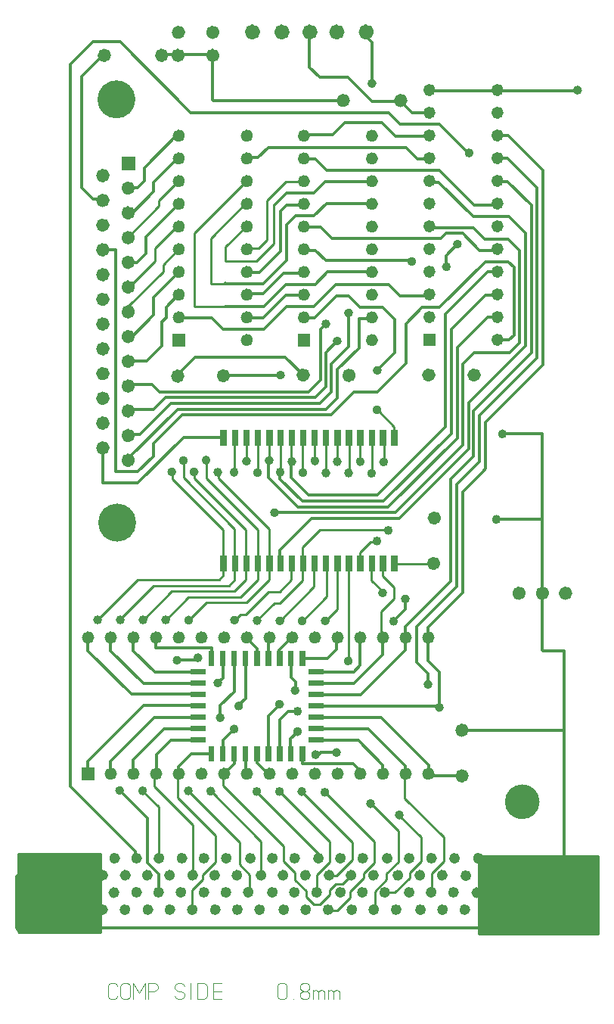
<source format=gbr>
%TF.GenerationSoftware,KiCad,Pcbnew,(6.0.2)*%
%TF.CreationDate,2022-05-06T23:35:53-05:00*%
%TF.ProjectId,PXT6,50585436-2e6b-4696-9361-645f70636258,rev?*%
%TF.SameCoordinates,Original*%
%TF.FileFunction,Copper,L1,Top*%
%TF.FilePolarity,Positive*%
%FSLAX46Y46*%
G04 Gerber Fmt 4.6, Leading zero omitted, Abs format (unit mm)*
G04 Created by KiCad (PCBNEW (6.0.2)) date 2022-05-06 23:35:53*
%MOMM*%
%LPD*%
G01*
G04 APERTURE LIST*
%TA.AperFunction,NonConductor*%
%ADD10C,0.750000*%
%TD*%
%TA.AperFunction,NonConductor*%
%ADD11C,1.945000*%
%TD*%
%TA.AperFunction,NonConductor*%
%ADD12C,2.140000*%
%TD*%
%TA.AperFunction,NonConductor*%
%ADD13C,0.000000*%
%TD*%
%TA.AperFunction,NonConductor*%
%ADD14C,0.700000*%
%TD*%
%TA.AperFunction,NonConductor*%
%ADD15C,0.500000*%
%TD*%
%TA.AperFunction,NonConductor*%
%ADD16C,0.875000*%
%TD*%
%TA.AperFunction,NonConductor*%
%ADD17C,0.760000*%
%TD*%
%TA.AperFunction,NonConductor*%
%ADD18C,0.625000*%
%TD*%
%TA.AperFunction,ViaPad*%
%ADD19C,0.500010*%
%TD*%
%TA.AperFunction,ViaPad*%
%ADD20C,0.720010*%
%TD*%
%TA.AperFunction,ViaPad*%
%ADD21C,0.800010*%
%TD*%
%TA.AperFunction,ViaPad*%
%ADD22C,1.000010*%
%TD*%
%TA.AperFunction,ViaPad*%
%ADD23C,1.080010*%
%TD*%
%TA.AperFunction,ViaPad*%
%ADD24C,1.300010*%
%TD*%
%TA.AperFunction,ViaPad*%
%ADD25C,3.250010*%
%TD*%
%TA.AperFunction,ViaPad*%
%ADD26C,3.370010*%
%TD*%
%TA.AperFunction,Conductor*%
%ADD27C,0.350000*%
%TD*%
%TA.AperFunction,Conductor*%
%ADD28C,0.250000*%
%TD*%
%TA.AperFunction,Conductor*%
%ADD29C,0.124000*%
%TD*%
G04 APERTURE END LIST*
D10*
X117635500Y-46205900D02*
G75*
G03*
X117635500Y-46205900I-375000J0D01*
G01*
D11*
X165024600Y-129708500D02*
G75*
G03*
X165024600Y-129708500I-972500J0D01*
G01*
D12*
X119759300Y-98474400D02*
G75*
G03*
X119759300Y-98474400I-1070000J0D01*
G01*
X113131500Y-139233500D02*
G75*
G03*
X113131500Y-139233500I-1070000J0D01*
G01*
X165161800Y-139193800D02*
G75*
G03*
X165161800Y-139193800I-1070000J0D01*
G01*
X119679900Y-51127200D02*
G75*
G03*
X119679900Y-51127200I-1070000J0D01*
G01*
D10*
X157680200Y-121691600D02*
G75*
G03*
X157680200Y-121691600I-375000J0D01*
G01*
X157680200Y-126811300D02*
G75*
G03*
X157680200Y-126811300I-375000J0D01*
G01*
D13*
G36*
X116134900Y-127273100D02*
G01*
X114734900Y-127273100D01*
X114734900Y-125873100D01*
X116134900Y-125873100D01*
X116134900Y-127273100D01*
G37*
D14*
X118324900Y-126573100D02*
G75*
G03*
X118324900Y-126573100I-350000J0D01*
G01*
X120864900Y-126573100D02*
G75*
G03*
X120864900Y-126573100I-350000J0D01*
G01*
X123404900Y-126573100D02*
G75*
G03*
X123404900Y-126573100I-350000J0D01*
G01*
X125944900Y-126573100D02*
G75*
G03*
X125944900Y-126573100I-350000J0D01*
G01*
X128484900Y-126573100D02*
G75*
G03*
X128484900Y-126573100I-350000J0D01*
G01*
X131024900Y-126573100D02*
G75*
G03*
X131024900Y-126573100I-350000J0D01*
G01*
X133564900Y-126573100D02*
G75*
G03*
X133564900Y-126573100I-350000J0D01*
G01*
X136104900Y-126573100D02*
G75*
G03*
X136104900Y-126573100I-350000J0D01*
G01*
X138644900Y-126573100D02*
G75*
G03*
X138644900Y-126573100I-350000J0D01*
G01*
X141184900Y-126573100D02*
G75*
G03*
X141184900Y-126573100I-350000J0D01*
G01*
X143724900Y-126573100D02*
G75*
G03*
X143724900Y-126573100I-350000J0D01*
G01*
X146264900Y-126573100D02*
G75*
G03*
X146264900Y-126573100I-350000J0D01*
G01*
X148804900Y-126573100D02*
G75*
G03*
X148804900Y-126573100I-350000J0D01*
G01*
X151344900Y-126573100D02*
G75*
G03*
X151344900Y-126573100I-350000J0D01*
G01*
X153884900Y-126573100D02*
G75*
G03*
X153884900Y-126573100I-350000J0D01*
G01*
X153884900Y-111333100D02*
G75*
G03*
X153884900Y-111333100I-350000J0D01*
G01*
X151344900Y-111333100D02*
G75*
G03*
X151344900Y-111333100I-350000J0D01*
G01*
X148804900Y-111333100D02*
G75*
G03*
X148804900Y-111333100I-350000J0D01*
G01*
X146264900Y-111333100D02*
G75*
G03*
X146264900Y-111333100I-350000J0D01*
G01*
X143724900Y-111333100D02*
G75*
G03*
X143724900Y-111333100I-350000J0D01*
G01*
X141184900Y-111333100D02*
G75*
G03*
X141184900Y-111333100I-350000J0D01*
G01*
X138644900Y-111333100D02*
G75*
G03*
X138644900Y-111333100I-350000J0D01*
G01*
X136104900Y-111333100D02*
G75*
G03*
X136104900Y-111333100I-350000J0D01*
G01*
X133564900Y-111333100D02*
G75*
G03*
X133564900Y-111333100I-350000J0D01*
G01*
X131024900Y-111333100D02*
G75*
G03*
X131024900Y-111333100I-350000J0D01*
G01*
X128484900Y-111333100D02*
G75*
G03*
X128484900Y-111333100I-350000J0D01*
G01*
X125944900Y-111333100D02*
G75*
G03*
X125944900Y-111333100I-350000J0D01*
G01*
X123404900Y-111333100D02*
G75*
G03*
X123404900Y-111333100I-350000J0D01*
G01*
X120864900Y-111333100D02*
G75*
G03*
X120864900Y-111333100I-350000J0D01*
G01*
X118324900Y-111333100D02*
G75*
G03*
X118324900Y-111333100I-350000J0D01*
G01*
X115784900Y-111333100D02*
G75*
G03*
X115784900Y-111333100I-350000J0D01*
G01*
D13*
G36*
X129546100Y-125200600D02*
G01*
X128946100Y-125200600D01*
X128946100Y-123500600D01*
X129546100Y-123500600D01*
X129546100Y-125200600D01*
G37*
G36*
X130816100Y-125200600D02*
G01*
X130216100Y-125200600D01*
X130216100Y-123500600D01*
X130816100Y-123500600D01*
X130816100Y-125200600D01*
G37*
G36*
X132086100Y-125200600D02*
G01*
X131486100Y-125200600D01*
X131486100Y-123500600D01*
X132086100Y-123500600D01*
X132086100Y-125200600D01*
G37*
G36*
X133356100Y-125200600D02*
G01*
X132756100Y-125200600D01*
X132756100Y-123500600D01*
X133356100Y-123500600D01*
X133356100Y-125200600D01*
G37*
G36*
X134665800Y-125200600D02*
G01*
X134065800Y-125200600D01*
X134065800Y-123500600D01*
X134665800Y-123500600D01*
X134665800Y-125200600D01*
G37*
G36*
X135935800Y-125200600D02*
G01*
X135335800Y-125200600D01*
X135335800Y-123500600D01*
X135935800Y-123500600D01*
X135935800Y-125200600D01*
G37*
G36*
X137205800Y-125200600D02*
G01*
X136605800Y-125200600D01*
X136605800Y-123500600D01*
X137205800Y-123500600D01*
X137205800Y-125200600D01*
G37*
G36*
X138436100Y-125200600D02*
G01*
X137836100Y-125200600D01*
X137836100Y-123500600D01*
X138436100Y-123500600D01*
X138436100Y-125200600D01*
G37*
G36*
X139745800Y-125200600D02*
G01*
X139145800Y-125200600D01*
X139145800Y-123500600D01*
X139745800Y-123500600D01*
X139745800Y-125200600D01*
G37*
G36*
X129546100Y-114524700D02*
G01*
X128946100Y-114524700D01*
X128946100Y-112824700D01*
X129546100Y-112824700D01*
X129546100Y-114524700D01*
G37*
G36*
X130816100Y-114524700D02*
G01*
X130216100Y-114524700D01*
X130216100Y-112824700D01*
X130816100Y-112824700D01*
X130816100Y-114524700D01*
G37*
G36*
X132086100Y-114524700D02*
G01*
X131486100Y-114524700D01*
X131486100Y-112824700D01*
X132086100Y-112824700D01*
X132086100Y-114524700D01*
G37*
G36*
X133356100Y-114524700D02*
G01*
X132756100Y-114524700D01*
X132756100Y-112824700D01*
X133356100Y-112824700D01*
X133356100Y-114524700D01*
G37*
G36*
X134665800Y-114524700D02*
G01*
X134065800Y-114524700D01*
X134065800Y-112824700D01*
X134665800Y-112824700D01*
X134665800Y-114524700D01*
G37*
G36*
X135935800Y-114524700D02*
G01*
X135335800Y-114524700D01*
X135335800Y-112824700D01*
X135935800Y-112824700D01*
X135935800Y-114524700D01*
G37*
G36*
X137205800Y-114524700D02*
G01*
X136605800Y-114524700D01*
X136605800Y-112824700D01*
X137205800Y-112824700D01*
X137205800Y-114524700D01*
G37*
G36*
X138436100Y-114524700D02*
G01*
X137836100Y-114524700D01*
X137836100Y-112824700D01*
X138436100Y-112824700D01*
X138436100Y-114524700D01*
G37*
G36*
X139745800Y-114524700D02*
G01*
X139145800Y-114524700D01*
X139145800Y-112824700D01*
X139745800Y-112824700D01*
X139745800Y-114524700D01*
G37*
G36*
X128588000Y-115443100D02*
G01*
X126888000Y-115443100D01*
X126888000Y-114843100D01*
X128588000Y-114843100D01*
X128588000Y-115443100D01*
G37*
G36*
X128588000Y-116752800D02*
G01*
X126888000Y-116752800D01*
X126888000Y-116152800D01*
X128588000Y-116152800D01*
X128588000Y-116752800D01*
G37*
G36*
X128588000Y-118022800D02*
G01*
X126888000Y-118022800D01*
X126888000Y-117422800D01*
X128588000Y-117422800D01*
X128588000Y-118022800D01*
G37*
G36*
X128588000Y-119292800D02*
G01*
X126888000Y-119292800D01*
X126888000Y-118692800D01*
X128588000Y-118692800D01*
X128588000Y-119292800D01*
G37*
G36*
X128588000Y-120562800D02*
G01*
X126888000Y-120562800D01*
X126888000Y-119962800D01*
X128588000Y-119962800D01*
X128588000Y-120562800D01*
G37*
G36*
X128588000Y-121832800D02*
G01*
X126888000Y-121832800D01*
X126888000Y-121232800D01*
X128588000Y-121232800D01*
X128588000Y-121832800D01*
G37*
G36*
X128588000Y-123102800D02*
G01*
X126888000Y-123102800D01*
X126888000Y-122502800D01*
X128588000Y-122502800D01*
X128588000Y-123102800D01*
G37*
G36*
X141803900Y-115443100D02*
G01*
X140103900Y-115443100D01*
X140103900Y-114843100D01*
X141803900Y-114843100D01*
X141803900Y-115443100D01*
G37*
G36*
X141803900Y-116752800D02*
G01*
X140103900Y-116752800D01*
X140103900Y-116152800D01*
X141803900Y-116152800D01*
X141803900Y-116752800D01*
G37*
G36*
X141803900Y-118022800D02*
G01*
X140103900Y-118022800D01*
X140103900Y-117422800D01*
X141803900Y-117422800D01*
X141803900Y-118022800D01*
G37*
G36*
X141803900Y-119292800D02*
G01*
X140103900Y-119292800D01*
X140103900Y-118692800D01*
X141803900Y-118692800D01*
X141803900Y-119292800D01*
G37*
G36*
X141803900Y-120562800D02*
G01*
X140103900Y-120562800D01*
X140103900Y-119962800D01*
X141803900Y-119962800D01*
X141803900Y-120562800D01*
G37*
G36*
X141803900Y-121832800D02*
G01*
X140103900Y-121832800D01*
X140103900Y-121232800D01*
X141803900Y-121232800D01*
X141803900Y-121832800D01*
G37*
G36*
X141803900Y-123102800D02*
G01*
X140103900Y-123102800D01*
X140103900Y-122502800D01*
X141803900Y-122502800D01*
X141803900Y-123102800D01*
G37*
D10*
X166689300Y-106372200D02*
G75*
G03*
X166689300Y-106372200I-375000J0D01*
G01*
X164069900Y-106372200D02*
G75*
G03*
X164069900Y-106372200I-375000J0D01*
G01*
X169268900Y-106372200D02*
G75*
G03*
X169268900Y-106372200I-375000J0D01*
G01*
D15*
X148665200Y-106332500D02*
G75*
G03*
X148665200Y-106332500I-250000J0D01*
G01*
X151205200Y-107007200D02*
G75*
G03*
X151205200Y-107007200I-250000J0D01*
G01*
X149895500Y-109507500D02*
G75*
G03*
X149895500Y-109507500I-250000J0D01*
G01*
X142235800Y-109467800D02*
G75*
G03*
X142235800Y-109467800I-250000J0D01*
G01*
X139656100Y-109467800D02*
G75*
G03*
X139656100Y-109467800I-250000J0D01*
G01*
X137155800Y-109467800D02*
G75*
G03*
X137155800Y-109467800I-250000J0D01*
G01*
X134615800Y-109428100D02*
G75*
G03*
X134615800Y-109428100I-250000J0D01*
G01*
X132075800Y-109388500D02*
G75*
G03*
X132075800Y-109388500I-250000J0D01*
G01*
X126956100Y-109388500D02*
G75*
G03*
X126956100Y-109388500I-250000J0D01*
G01*
X124376500Y-109348800D02*
G75*
G03*
X124376500Y-109348800I-250000J0D01*
G01*
X121836500Y-109348800D02*
G75*
G03*
X121836500Y-109348800I-250000J0D01*
G01*
X119296500Y-109348800D02*
G75*
G03*
X119296500Y-109348800I-250000J0D01*
G01*
X116756500Y-109348800D02*
G75*
G03*
X116756500Y-109348800I-250000J0D01*
G01*
X125646500Y-113873100D02*
G75*
G03*
X125646500Y-113873100I-250000J0D01*
G01*
X127988000Y-113595300D02*
G75*
G03*
X127988000Y-113595300I-250000J0D01*
G01*
X130210500Y-116413100D02*
G75*
G03*
X130210500Y-116413100I-250000J0D01*
G01*
X130488300Y-120302500D02*
G75*
G03*
X130488300Y-120302500I-250000J0D01*
G01*
X132552100Y-118992800D02*
G75*
G03*
X132552100Y-118992800I-250000J0D01*
G01*
X132036100Y-121572500D02*
G75*
G03*
X132036100Y-121572500I-250000J0D01*
G01*
X137116100Y-118794400D02*
G75*
G03*
X137116100Y-118794400I-250000J0D01*
G01*
X138862400Y-117246600D02*
G75*
G03*
X138862400Y-117246600I-250000J0D01*
G01*
X139140200Y-119588100D02*
G75*
G03*
X139140200Y-119588100I-250000J0D01*
G01*
X139140200Y-121850300D02*
G75*
G03*
X139140200Y-121850300I-250000J0D01*
G01*
X141164300Y-124430000D02*
G75*
G03*
X141164300Y-124430000I-250000J0D01*
G01*
X143505800Y-124191900D02*
G75*
G03*
X143505800Y-124191900I-250000J0D01*
G01*
X155015200Y-119151600D02*
G75*
G03*
X155015200Y-119151600I-250000J0D01*
G01*
X153745200Y-116571900D02*
G75*
G03*
X153745200Y-116571900I-250000J0D01*
G01*
X144815500Y-113952500D02*
G75*
G03*
X144815500Y-113952500I-250000J0D01*
G01*
X119217100Y-128438500D02*
G75*
G03*
X119217100Y-128438500I-250000J0D01*
G01*
X121796800Y-128478100D02*
G75*
G03*
X121796800Y-128478100I-250000J0D01*
G01*
X126916500Y-128478100D02*
G75*
G03*
X126916500Y-128478100I-250000J0D01*
G01*
X129416800Y-128517800D02*
G75*
G03*
X129416800Y-128517800I-250000J0D01*
G01*
X134576100Y-128557500D02*
G75*
G03*
X134576100Y-128557500I-250000J0D01*
G01*
X137116100Y-128557500D02*
G75*
G03*
X137116100Y-128557500I-250000J0D01*
G01*
X139616500Y-128557500D02*
G75*
G03*
X139616500Y-128557500I-250000J0D01*
G01*
X142196100Y-128636900D02*
G75*
G03*
X142196100Y-128636900I-250000J0D01*
G01*
X147315800Y-129906900D02*
G75*
G03*
X147315800Y-129906900I-250000J0D01*
G01*
X150530500Y-131176900D02*
G75*
G03*
X150530500Y-131176900I-250000J0D01*
G01*
X136560500Y-97363100D02*
G75*
G03*
X136560500Y-97363100I-250000J0D01*
G01*
X161404900Y-98117200D02*
G75*
G03*
X161404900Y-98117200I-250000J0D01*
G01*
X162079600Y-88552500D02*
G75*
G03*
X162079600Y-88552500I-250000J0D01*
G01*
X148030200Y-85853800D02*
G75*
G03*
X148030200Y-85853800I-250000J0D01*
G01*
X125051100Y-92799100D02*
G75*
G03*
X125051100Y-92799100I-250000J0D01*
G01*
X126360800Y-91529100D02*
G75*
G03*
X126360800Y-91529100I-250000J0D01*
G01*
X127551500Y-92799100D02*
G75*
G03*
X127551500Y-92799100I-250000J0D01*
G01*
X128900800Y-91489400D02*
G75*
G03*
X128900800Y-91489400I-250000J0D01*
G01*
X130210500Y-92838800D02*
G75*
G03*
X130210500Y-92838800I-250000J0D01*
G01*
X132036100Y-92838800D02*
G75*
G03*
X132036100Y-92838800I-250000J0D01*
G01*
X133425200Y-91608500D02*
G75*
G03*
X133425200Y-91608500I-250000J0D01*
G01*
X134655500Y-92878500D02*
G75*
G03*
X134655500Y-92878500I-250000J0D01*
G01*
X135965200Y-91529100D02*
G75*
G03*
X135965200Y-91529100I-250000J0D01*
G01*
X137195500Y-92838800D02*
G75*
G03*
X137195500Y-92838800I-250000J0D01*
G01*
X138505200Y-91648100D02*
G75*
G03*
X138505200Y-91648100I-250000J0D01*
G01*
X139735500Y-92878500D02*
G75*
G03*
X139735500Y-92878500I-250000J0D01*
G01*
X141084900Y-91568800D02*
G75*
G03*
X141084900Y-91568800I-250000J0D01*
G01*
X142315200Y-92918100D02*
G75*
G03*
X142315200Y-92918100I-250000J0D01*
G01*
X143585200Y-91648100D02*
G75*
G03*
X143585200Y-91648100I-250000J0D01*
G01*
X144855200Y-92918100D02*
G75*
G03*
X144855200Y-92918100I-250000J0D01*
G01*
X146164900Y-91648100D02*
G75*
G03*
X146164900Y-91648100I-250000J0D01*
G01*
X147434900Y-92957800D02*
G75*
G03*
X147434900Y-92957800I-250000J0D01*
G01*
X148784300Y-91687800D02*
G75*
G03*
X148784300Y-91687800I-250000J0D01*
G01*
X137235200Y-81964400D02*
G75*
G03*
X137235200Y-81964400I-250000J0D01*
G01*
X143585200Y-78154400D02*
G75*
G03*
X143585200Y-78154400I-250000J0D01*
G01*
X142315200Y-76249400D02*
G75*
G03*
X142315200Y-76249400I-250000J0D01*
G01*
X144855200Y-75019100D02*
G75*
G03*
X144855200Y-75019100I-250000J0D01*
G01*
X148069900Y-81448500D02*
G75*
G03*
X148069900Y-81448500I-250000J0D01*
G01*
X151919600Y-69264400D02*
G75*
G03*
X151919600Y-69264400I-250000J0D01*
G01*
X155808900Y-69859700D02*
G75*
G03*
X155808900Y-69859700I-250000J0D01*
G01*
X157039300Y-67319700D02*
G75*
G03*
X157039300Y-67319700I-250000J0D01*
G01*
X158348900Y-57120000D02*
G75*
G03*
X158348900Y-57120000I-250000J0D01*
G01*
X147474600Y-49341300D02*
G75*
G03*
X147474600Y-49341300I-250000J0D01*
G01*
X170493300Y-50095300D02*
G75*
G03*
X170493300Y-50095300I-250000J0D01*
G01*
X148030200Y-100538100D02*
G75*
G03*
X148030200Y-100538100I-250000J0D01*
G01*
X149300200Y-99347500D02*
G75*
G03*
X149300200Y-99347500I-250000J0D01*
G01*
D10*
X154505200Y-103038500D02*
G75*
G03*
X154505200Y-103038500I-375000J0D01*
G01*
X154584600Y-97958500D02*
G75*
G03*
X154584600Y-97958500I-375000J0D01*
G01*
X159029600Y-81964400D02*
G75*
G03*
X159029600Y-81964400I-375000J0D01*
G01*
X153949600Y-81964400D02*
G75*
G03*
X153949600Y-81964400I-375000J0D01*
G01*
X145019900Y-82004100D02*
G75*
G03*
X145019900Y-82004100I-375000J0D01*
G01*
X139900200Y-81964400D02*
G75*
G03*
X139900200Y-81964400I-375000J0D01*
G01*
X130970500Y-82043800D02*
G75*
G03*
X130970500Y-82043800I-375000J0D01*
G01*
X125850800Y-82083500D02*
G75*
G03*
X125850800Y-82083500I-375000J0D01*
G01*
X124064900Y-46205900D02*
G75*
G03*
X124064900Y-46205900I-375000J0D01*
G01*
X125890500Y-46205900D02*
G75*
G03*
X125890500Y-46205900I-375000J0D01*
G01*
X129779900Y-46205900D02*
G75*
G03*
X129779900Y-46205900I-375000J0D01*
G01*
X129779900Y-43626300D02*
G75*
G03*
X129779900Y-43626300I-375000J0D01*
G01*
X125930200Y-43626300D02*
G75*
G03*
X125930200Y-43626300I-375000J0D01*
G01*
D16*
X140716800Y-43586600D02*
G75*
G03*
X140716800Y-43586600I-437500J0D01*
G01*
X143733000Y-43586600D02*
G75*
G03*
X143733000Y-43586600I-437500J0D01*
G01*
X137581400Y-43586600D02*
G75*
G03*
X137581400Y-43586600I-437500J0D01*
G01*
X134287400Y-43586600D02*
G75*
G03*
X134287400Y-43586600I-437500J0D01*
G01*
X134287400Y-43586600D02*
G75*
G03*
X134287400Y-43586600I-437500J0D01*
G01*
X147027100Y-43586600D02*
G75*
G03*
X147027100Y-43586600I-437500J0D01*
G01*
D10*
X144384900Y-51246300D02*
G75*
G03*
X144384900Y-51246300I-375000J0D01*
G01*
X150814300Y-51246300D02*
G75*
G03*
X150814300Y-51246300I-375000J0D01*
G01*
D13*
G36*
X154351200Y-78718700D02*
G01*
X152951200Y-78718700D01*
X152951200Y-77318700D01*
X154351200Y-77318700D01*
X154351200Y-78718700D01*
G37*
D14*
X154001200Y-75478700D02*
G75*
G03*
X154001200Y-75478700I-350000J0D01*
G01*
X154001200Y-72938700D02*
G75*
G03*
X154001200Y-72938700I-350000J0D01*
G01*
X154001200Y-70398700D02*
G75*
G03*
X154001200Y-70398700I-350000J0D01*
G01*
X154001200Y-67858700D02*
G75*
G03*
X154001200Y-67858700I-350000J0D01*
G01*
X154001200Y-65318700D02*
G75*
G03*
X154001200Y-65318700I-350000J0D01*
G01*
X154001200Y-62778700D02*
G75*
G03*
X154001200Y-62778700I-350000J0D01*
G01*
X154001200Y-60238700D02*
G75*
G03*
X154001200Y-60238700I-350000J0D01*
G01*
X154001200Y-57698700D02*
G75*
G03*
X154001200Y-57698700I-350000J0D01*
G01*
X154001200Y-55158700D02*
G75*
G03*
X154001200Y-55158700I-350000J0D01*
G01*
X154001200Y-52618700D02*
G75*
G03*
X154001200Y-52618700I-350000J0D01*
G01*
X154001200Y-50078700D02*
G75*
G03*
X154001200Y-50078700I-350000J0D01*
G01*
X161621200Y-50078700D02*
G75*
G03*
X161621200Y-50078700I-350000J0D01*
G01*
X161621200Y-52618700D02*
G75*
G03*
X161621200Y-52618700I-350000J0D01*
G01*
X161621200Y-55158700D02*
G75*
G03*
X161621200Y-55158700I-350000J0D01*
G01*
X161621200Y-57698700D02*
G75*
G03*
X161621200Y-57698700I-350000J0D01*
G01*
X161621200Y-60238700D02*
G75*
G03*
X161621200Y-60238700I-350000J0D01*
G01*
X161621200Y-62778700D02*
G75*
G03*
X161621200Y-62778700I-350000J0D01*
G01*
X161621200Y-65318700D02*
G75*
G03*
X161621200Y-65318700I-350000J0D01*
G01*
X161621200Y-67858700D02*
G75*
G03*
X161621200Y-67858700I-350000J0D01*
G01*
X161621200Y-70398700D02*
G75*
G03*
X161621200Y-70398700I-350000J0D01*
G01*
X161621200Y-72938700D02*
G75*
G03*
X161621200Y-72938700I-350000J0D01*
G01*
X161621200Y-75478700D02*
G75*
G03*
X161621200Y-75478700I-350000J0D01*
G01*
X161621200Y-78018700D02*
G75*
G03*
X161621200Y-78018700I-350000J0D01*
G01*
D13*
G36*
X140301800Y-78758500D02*
G01*
X138901800Y-78758500D01*
X138901800Y-77358500D01*
X140301800Y-77358500D01*
X140301800Y-78758500D01*
G37*
D14*
X139951800Y-75518500D02*
G75*
G03*
X139951800Y-75518500I-350000J0D01*
G01*
X139951800Y-72978500D02*
G75*
G03*
X139951800Y-72978500I-350000J0D01*
G01*
X139951800Y-70438500D02*
G75*
G03*
X139951800Y-70438500I-350000J0D01*
G01*
X139951800Y-67898500D02*
G75*
G03*
X139951800Y-67898500I-350000J0D01*
G01*
X139951800Y-65358500D02*
G75*
G03*
X139951800Y-65358500I-350000J0D01*
G01*
X139951800Y-62818500D02*
G75*
G03*
X139951800Y-62818500I-350000J0D01*
G01*
X139951800Y-60278500D02*
G75*
G03*
X139951800Y-60278500I-350000J0D01*
G01*
X139951800Y-57738500D02*
G75*
G03*
X139951800Y-57738500I-350000J0D01*
G01*
X139951800Y-55198500D02*
G75*
G03*
X139951800Y-55198500I-350000J0D01*
G01*
X147571800Y-55198500D02*
G75*
G03*
X147571800Y-55198500I-350000J0D01*
G01*
X147571800Y-57738500D02*
G75*
G03*
X147571800Y-57738500I-350000J0D01*
G01*
X147571800Y-60278500D02*
G75*
G03*
X147571800Y-60278500I-350000J0D01*
G01*
X147571800Y-62818500D02*
G75*
G03*
X147571800Y-62818500I-350000J0D01*
G01*
X147571800Y-65358500D02*
G75*
G03*
X147571800Y-65358500I-350000J0D01*
G01*
X147571800Y-67898500D02*
G75*
G03*
X147571800Y-67898500I-350000J0D01*
G01*
X147571800Y-70438500D02*
G75*
G03*
X147571800Y-70438500I-350000J0D01*
G01*
X147571800Y-72978500D02*
G75*
G03*
X147571800Y-72978500I-350000J0D01*
G01*
X147571800Y-75518500D02*
G75*
G03*
X147571800Y-75518500I-350000J0D01*
G01*
X147571800Y-78058500D02*
G75*
G03*
X147571800Y-78058500I-350000J0D01*
G01*
D13*
G36*
X126292100Y-78758500D02*
G01*
X124892100Y-78758500D01*
X124892100Y-77358500D01*
X126292100Y-77358500D01*
X126292100Y-78758500D01*
G37*
D14*
X125942100Y-75518500D02*
G75*
G03*
X125942100Y-75518500I-350000J0D01*
G01*
X125942100Y-72978500D02*
G75*
G03*
X125942100Y-72978500I-350000J0D01*
G01*
X125942100Y-70438500D02*
G75*
G03*
X125942100Y-70438500I-350000J0D01*
G01*
X125942100Y-67898500D02*
G75*
G03*
X125942100Y-67898500I-350000J0D01*
G01*
X125942100Y-65358500D02*
G75*
G03*
X125942100Y-65358500I-350000J0D01*
G01*
X125942100Y-62818500D02*
G75*
G03*
X125942100Y-62818500I-350000J0D01*
G01*
X125942100Y-60278500D02*
G75*
G03*
X125942100Y-60278500I-350000J0D01*
G01*
X125942100Y-57738500D02*
G75*
G03*
X125942100Y-57738500I-350000J0D01*
G01*
X125942100Y-55198500D02*
G75*
G03*
X125942100Y-55198500I-350000J0D01*
G01*
X133562100Y-55198500D02*
G75*
G03*
X133562100Y-55198500I-350000J0D01*
G01*
X133562100Y-57738500D02*
G75*
G03*
X133562100Y-57738500I-350000J0D01*
G01*
X133562100Y-60278500D02*
G75*
G03*
X133562100Y-60278500I-350000J0D01*
G01*
X133562100Y-62818500D02*
G75*
G03*
X133562100Y-62818500I-350000J0D01*
G01*
X133562100Y-65358500D02*
G75*
G03*
X133562100Y-65358500I-350000J0D01*
G01*
X133562100Y-67898500D02*
G75*
G03*
X133562100Y-67898500I-350000J0D01*
G01*
X133562100Y-70438500D02*
G75*
G03*
X133562100Y-70438500I-350000J0D01*
G01*
X133562100Y-72978500D02*
G75*
G03*
X133562100Y-72978500I-350000J0D01*
G01*
X133562100Y-75518500D02*
G75*
G03*
X133562100Y-75518500I-350000J0D01*
G01*
X133562100Y-78058500D02*
G75*
G03*
X133562100Y-78058500I-350000J0D01*
G01*
D13*
G36*
X120691400Y-59041300D02*
G01*
X119171400Y-59041300D01*
X119171400Y-57521300D01*
X120691400Y-57521300D01*
X120691400Y-59041300D01*
G37*
D17*
X120311400Y-61051300D02*
G75*
G03*
X120311400Y-61051300I-380000J0D01*
G01*
X120311400Y-63821300D02*
G75*
G03*
X120311400Y-63821300I-380000J0D01*
G01*
X120311400Y-66591300D02*
G75*
G03*
X120311400Y-66591300I-380000J0D01*
G01*
X120311400Y-69351300D02*
G75*
G03*
X120311400Y-69351300I-380000J0D01*
G01*
X120311400Y-72121300D02*
G75*
G03*
X120311400Y-72121300I-380000J0D01*
G01*
X120311400Y-74891300D02*
G75*
G03*
X120311400Y-74891300I-380000J0D01*
G01*
X120311400Y-77661300D02*
G75*
G03*
X120311400Y-77661300I-380000J0D01*
G01*
X120311400Y-80431300D02*
G75*
G03*
X120311400Y-80431300I-380000J0D01*
G01*
X120311400Y-83201300D02*
G75*
G03*
X120311400Y-83201300I-380000J0D01*
G01*
X120311400Y-85971300D02*
G75*
G03*
X120311400Y-85971300I-380000J0D01*
G01*
X120311400Y-88731300D02*
G75*
G03*
X120311400Y-88731300I-380000J0D01*
G01*
X120311400Y-91501300D02*
G75*
G03*
X120311400Y-91501300I-380000J0D01*
G01*
X117471400Y-59651300D02*
G75*
G03*
X117471400Y-59651300I-380000J0D01*
G01*
X117471400Y-62421300D02*
G75*
G03*
X117471400Y-62421300I-380000J0D01*
G01*
X117471400Y-65191300D02*
G75*
G03*
X117471400Y-65191300I-380000J0D01*
G01*
X117471400Y-67961300D02*
G75*
G03*
X117471400Y-67961300I-380000J0D01*
G01*
X117471400Y-70731300D02*
G75*
G03*
X117471400Y-70731300I-380000J0D01*
G01*
X117471400Y-73491300D02*
G75*
G03*
X117471400Y-73491300I-380000J0D01*
G01*
X117471400Y-76261300D02*
G75*
G03*
X117471400Y-76261300I-380000J0D01*
G01*
X117471400Y-79031300D02*
G75*
G03*
X117471400Y-79031300I-380000J0D01*
G01*
X117471400Y-81801300D02*
G75*
G03*
X117471400Y-81801300I-380000J0D01*
G01*
X117471400Y-84571300D02*
G75*
G03*
X117471400Y-84571300I-380000J0D01*
G01*
X117471400Y-87341300D02*
G75*
G03*
X117471400Y-87341300I-380000J0D01*
G01*
X117471400Y-90111300D02*
G75*
G03*
X117471400Y-90111300I-380000J0D01*
G01*
D13*
G36*
X130945500Y-89889100D02*
G01*
X130245500Y-89889100D01*
X130245500Y-88089100D01*
X130945500Y-88089100D01*
X130945500Y-89889100D01*
G37*
G36*
X132255200Y-89889100D02*
G01*
X131555200Y-89889100D01*
X131555200Y-88089100D01*
X132255200Y-88089100D01*
X132255200Y-89889100D01*
G37*
G36*
X133525200Y-89889100D02*
G01*
X132825200Y-89889100D01*
X132825200Y-88089100D01*
X133525200Y-88089100D01*
X133525200Y-89889100D01*
G37*
G36*
X134795200Y-89889100D02*
G01*
X134095200Y-89889100D01*
X134095200Y-88089100D01*
X134795200Y-88089100D01*
X134795200Y-89889100D01*
G37*
G36*
X136104900Y-89889100D02*
G01*
X135404900Y-89889100D01*
X135404900Y-88089100D01*
X136104900Y-88089100D01*
X136104900Y-89889100D01*
G37*
G36*
X137335200Y-89889100D02*
G01*
X136635200Y-89889100D01*
X136635200Y-88089100D01*
X137335200Y-88089100D01*
X137335200Y-89889100D01*
G37*
G36*
X138605200Y-89889100D02*
G01*
X137905200Y-89889100D01*
X137905200Y-88089100D01*
X138605200Y-88089100D01*
X138605200Y-89889100D01*
G37*
G36*
X139875200Y-89889100D02*
G01*
X139175200Y-89889100D01*
X139175200Y-88089100D01*
X139875200Y-88089100D01*
X139875200Y-89889100D01*
G37*
G36*
X141145200Y-89889100D02*
G01*
X140445200Y-89889100D01*
X140445200Y-88089100D01*
X141145200Y-88089100D01*
X141145200Y-89889100D01*
G37*
G36*
X142415200Y-89889100D02*
G01*
X141715200Y-89889100D01*
X141715200Y-88089100D01*
X142415200Y-88089100D01*
X142415200Y-89889100D01*
G37*
G36*
X143724900Y-89889100D02*
G01*
X143024900Y-89889100D01*
X143024900Y-88089100D01*
X143724900Y-88089100D01*
X143724900Y-89889100D01*
G37*
G36*
X144994900Y-89889100D02*
G01*
X144294900Y-89889100D01*
X144294900Y-88089100D01*
X144994900Y-88089100D01*
X144994900Y-89889100D01*
G37*
G36*
X146264900Y-89889100D02*
G01*
X145564900Y-89889100D01*
X145564900Y-88089100D01*
X146264900Y-88089100D01*
X146264900Y-89889100D01*
G37*
G36*
X147574600Y-89889100D02*
G01*
X146874600Y-89889100D01*
X146874600Y-88089100D01*
X147574600Y-88089100D01*
X147574600Y-89889100D01*
G37*
G36*
X148804900Y-89889100D02*
G01*
X148104900Y-89889100D01*
X148104900Y-88089100D01*
X148804900Y-88089100D01*
X148804900Y-89889100D01*
G37*
G36*
X150074900Y-89889100D02*
G01*
X149374900Y-89889100D01*
X149374900Y-88089100D01*
X150074900Y-88089100D01*
X150074900Y-89889100D01*
G37*
G36*
X130945500Y-103938400D02*
G01*
X130245500Y-103938400D01*
X130245500Y-102138400D01*
X130945500Y-102138400D01*
X130945500Y-103938400D01*
G37*
G36*
X132255200Y-103938400D02*
G01*
X131555200Y-103938400D01*
X131555200Y-102138400D01*
X132255200Y-102138400D01*
X132255200Y-103938400D01*
G37*
G36*
X133525200Y-103938400D02*
G01*
X132825200Y-103938400D01*
X132825200Y-102138400D01*
X133525200Y-102138400D01*
X133525200Y-103938400D01*
G37*
G36*
X134795200Y-103938400D02*
G01*
X134095200Y-103938400D01*
X134095200Y-102138400D01*
X134795200Y-102138400D01*
X134795200Y-103938400D01*
G37*
G36*
X136104900Y-103938400D02*
G01*
X135404900Y-103938400D01*
X135404900Y-102138400D01*
X136104900Y-102138400D01*
X136104900Y-103938400D01*
G37*
G36*
X137335200Y-103938400D02*
G01*
X136635200Y-103938400D01*
X136635200Y-102138400D01*
X137335200Y-102138400D01*
X137335200Y-103938400D01*
G37*
G36*
X138605200Y-103938400D02*
G01*
X137905200Y-103938400D01*
X137905200Y-102138400D01*
X138605200Y-102138400D01*
X138605200Y-103938400D01*
G37*
G36*
X139875200Y-103938400D02*
G01*
X139175200Y-103938400D01*
X139175200Y-102138400D01*
X139875200Y-102138400D01*
X139875200Y-103938400D01*
G37*
G36*
X141145200Y-103938400D02*
G01*
X140445200Y-103938400D01*
X140445200Y-102138400D01*
X141145200Y-102138400D01*
X141145200Y-103938400D01*
G37*
G36*
X142415200Y-103938400D02*
G01*
X141715200Y-103938400D01*
X141715200Y-102138400D01*
X142415200Y-102138400D01*
X142415200Y-103938400D01*
G37*
G36*
X143724900Y-103938400D02*
G01*
X143024900Y-103938400D01*
X143024900Y-102138400D01*
X143724900Y-102138400D01*
X143724900Y-103938400D01*
G37*
G36*
X144994900Y-103938400D02*
G01*
X144294900Y-103938400D01*
X144294900Y-102138400D01*
X144994900Y-102138400D01*
X144994900Y-103938400D01*
G37*
G36*
X146264900Y-103938400D02*
G01*
X145564900Y-103938400D01*
X145564900Y-102138400D01*
X146264900Y-102138400D01*
X146264900Y-103938400D01*
G37*
G36*
X147574600Y-103938400D02*
G01*
X146874600Y-103938400D01*
X146874600Y-102138400D01*
X147574600Y-102138400D01*
X147574600Y-103938400D01*
G37*
G36*
X148804900Y-103938400D02*
G01*
X148104900Y-103938400D01*
X148104900Y-102138400D01*
X148804900Y-102138400D01*
X148804900Y-103938400D01*
G37*
G36*
X150074900Y-103938400D02*
G01*
X149374900Y-103938400D01*
X149374900Y-102138400D01*
X150074900Y-102138400D01*
X150074900Y-103938400D01*
G37*
D18*
X117374600Y-141773500D02*
G75*
G03*
X117374600Y-141773500I-312500J0D01*
G01*
X117374600Y-137923800D02*
G75*
G03*
X117374600Y-137923800I-312500J0D01*
G01*
X118644600Y-139868500D02*
G75*
G03*
X118644600Y-139868500I-312500J0D01*
G01*
X119874900Y-141773500D02*
G75*
G03*
X119874900Y-141773500I-312500J0D01*
G01*
X118724000Y-136018800D02*
G75*
G03*
X118724000Y-136018800I-312500J0D01*
G01*
X119914600Y-137923800D02*
G75*
G03*
X119914600Y-137923800I-312500J0D01*
G01*
X121184600Y-139828800D02*
G75*
G03*
X121184600Y-139828800I-312500J0D01*
G01*
X122454600Y-141773500D02*
G75*
G03*
X122454600Y-141773500I-312500J0D01*
G01*
X121184600Y-136018800D02*
G75*
G03*
X121184600Y-136018800I-312500J0D01*
G01*
X122375200Y-137923800D02*
G75*
G03*
X122375200Y-137923800I-312500J0D01*
G01*
X123645200Y-139828800D02*
G75*
G03*
X123645200Y-139828800I-312500J0D01*
G01*
X124915200Y-141773500D02*
G75*
G03*
X124915200Y-141773500I-312500J0D01*
G01*
X123684900Y-136018800D02*
G75*
G03*
X123684900Y-136018800I-312500J0D01*
G01*
X124875500Y-137923800D02*
G75*
G03*
X124875500Y-137923800I-312500J0D01*
G01*
X126145500Y-139828800D02*
G75*
G03*
X126145500Y-139828800I-312500J0D01*
G01*
X127415500Y-141773500D02*
G75*
G03*
X127415500Y-141773500I-312500J0D01*
G01*
X126264600Y-136018800D02*
G75*
G03*
X126264600Y-136018800I-312500J0D01*
G01*
X127455200Y-137923800D02*
G75*
G03*
X127455200Y-137923800I-312500J0D01*
G01*
X128725200Y-139828800D02*
G75*
G03*
X128725200Y-139828800I-312500J0D01*
G01*
X129995200Y-141773500D02*
G75*
G03*
X129995200Y-141773500I-312500J0D01*
G01*
X128725200Y-136018800D02*
G75*
G03*
X128725200Y-136018800I-312500J0D01*
G01*
X129915800Y-137923800D02*
G75*
G03*
X129915800Y-137923800I-312500J0D01*
G01*
X131185800Y-139828800D02*
G75*
G03*
X131185800Y-139828800I-312500J0D01*
G01*
X132455800Y-141773500D02*
G75*
G03*
X132455800Y-141773500I-312500J0D01*
G01*
X131225500Y-136018800D02*
G75*
G03*
X131225500Y-136018800I-312500J0D01*
G01*
X132416100Y-137923800D02*
G75*
G03*
X132416100Y-137923800I-312500J0D01*
G01*
X133686100Y-139828800D02*
G75*
G03*
X133686100Y-139828800I-312500J0D01*
G01*
X134956100Y-141773500D02*
G75*
G03*
X134956100Y-141773500I-312500J0D01*
G01*
X133924300Y-136018800D02*
G75*
G03*
X133924300Y-136018800I-312500J0D01*
G01*
X135114900Y-137923800D02*
G75*
G03*
X135114900Y-137923800I-312500J0D01*
G01*
X136384900Y-139828800D02*
G75*
G03*
X136384900Y-139828800I-312500J0D01*
G01*
X137654900Y-141773500D02*
G75*
G03*
X137654900Y-141773500I-312500J0D01*
G01*
X136384900Y-136018800D02*
G75*
G03*
X136384900Y-136018800I-312500J0D01*
G01*
X137575500Y-137923800D02*
G75*
G03*
X137575500Y-137923800I-312500J0D01*
G01*
X138845500Y-139828800D02*
G75*
G03*
X138845500Y-139828800I-312500J0D01*
G01*
X140115500Y-141773500D02*
G75*
G03*
X140115500Y-141773500I-312500J0D01*
G01*
X138885200Y-136018800D02*
G75*
G03*
X138885200Y-136018800I-312500J0D01*
G01*
X140075800Y-137923800D02*
G75*
G03*
X140075800Y-137923800I-312500J0D01*
G01*
X141345800Y-139828800D02*
G75*
G03*
X141345800Y-139828800I-312500J0D01*
G01*
X142615800Y-141773500D02*
G75*
G03*
X142615800Y-141773500I-312500J0D01*
G01*
X141544300Y-136018800D02*
G75*
G03*
X141544300Y-136018800I-312500J0D01*
G01*
X142734900Y-137923800D02*
G75*
G03*
X142734900Y-137923800I-312500J0D01*
G01*
X144004900Y-139828800D02*
G75*
G03*
X144004900Y-139828800I-312500J0D01*
G01*
X145274900Y-141773500D02*
G75*
G03*
X145274900Y-141773500I-312500J0D01*
G01*
X144004900Y-136018800D02*
G75*
G03*
X144004900Y-136018800I-312500J0D01*
G01*
X145195500Y-137923800D02*
G75*
G03*
X145195500Y-137923800I-312500J0D01*
G01*
X146465500Y-139828800D02*
G75*
G03*
X146465500Y-139828800I-312500J0D01*
G01*
X147735500Y-141773500D02*
G75*
G03*
X147735500Y-141773500I-312500J0D01*
G01*
X146505200Y-136018800D02*
G75*
G03*
X146505200Y-136018800I-312500J0D01*
G01*
X147695800Y-137923800D02*
G75*
G03*
X147695800Y-137923800I-312500J0D01*
G01*
X148965800Y-139828800D02*
G75*
G03*
X148965800Y-139828800I-312500J0D01*
G01*
X150235800Y-141773500D02*
G75*
G03*
X150235800Y-141773500I-312500J0D01*
G01*
X149243600Y-136018800D02*
G75*
G03*
X149243600Y-136018800I-312500J0D01*
G01*
X150434300Y-137923800D02*
G75*
G03*
X150434300Y-137923800I-312500J0D01*
G01*
X151704300Y-139828800D02*
G75*
G03*
X151704300Y-139828800I-312500J0D01*
G01*
X152974300Y-141773500D02*
G75*
G03*
X152974300Y-141773500I-312500J0D01*
G01*
X151704300Y-136018800D02*
G75*
G03*
X151704300Y-136018800I-312500J0D01*
G01*
X152894900Y-137923800D02*
G75*
G03*
X152894900Y-137923800I-312500J0D01*
G01*
X154164900Y-139828800D02*
G75*
G03*
X154164900Y-139828800I-312500J0D01*
G01*
X155434900Y-141773500D02*
G75*
G03*
X155434900Y-141773500I-312500J0D01*
G01*
X154204600Y-136018800D02*
G75*
G03*
X154204600Y-136018800I-312500J0D01*
G01*
X155395200Y-137923800D02*
G75*
G03*
X155395200Y-137923800I-312500J0D01*
G01*
X156665200Y-139828800D02*
G75*
G03*
X156665200Y-139828800I-312500J0D01*
G01*
X157935200Y-141773500D02*
G75*
G03*
X157935200Y-141773500I-312500J0D01*
G01*
X156784300Y-136018800D02*
G75*
G03*
X156784300Y-136018800I-312500J0D01*
G01*
X158054300Y-137963500D02*
G75*
G03*
X158054300Y-137963500I-312500J0D01*
G01*
X159284600Y-139868500D02*
G75*
G03*
X159284600Y-139868500I-312500J0D01*
G01*
X159443300Y-136018800D02*
G75*
G03*
X159443300Y-136018800I-312500J0D01*
G01*
D13*
G36*
X172545200Y-135780600D02*
G01*
X172545200Y-144511900D01*
X159170500Y-144511900D01*
X159170500Y-135740900D01*
X172505500Y-135740900D01*
X172545200Y-135780600D01*
G37*
G36*
X116863600Y-144313500D02*
G01*
X107735500Y-144313500D01*
X107616500Y-144194400D01*
X107616500Y-144075300D01*
X107338600Y-143797500D01*
X107338600Y-138003100D01*
X107576800Y-137765000D01*
X107576800Y-135542500D01*
X116863600Y-135542500D01*
X116863600Y-144313500D01*
G37*
D19*
%TO.N,*%
X118962700Y-128439700D03*
X121542700Y-128479700D03*
X126662700Y-128479700D03*
X129162700Y-128519700D03*
X134322700Y-128559700D03*
X136862700Y-128559700D03*
X139362700Y-128559700D03*
X141942700Y-128639700D03*
X140912700Y-124429700D03*
X143252700Y-124189700D03*
X138892700Y-121849700D03*
X138892700Y-119589700D03*
X136862700Y-118789700D03*
X138612700Y-117249700D03*
X132302700Y-118989700D03*
X130242700Y-120299700D03*
X131782700Y-121569700D03*
X129962700Y-116409700D03*
X127742700Y-113599700D03*
X125392700Y-113869700D03*
X126702700Y-109389700D03*
X124122700Y-109349700D03*
X121582700Y-109349700D03*
X119042700Y-109349700D03*
X116502700Y-109349700D03*
X131822700Y-109389700D03*
X134362700Y-109429700D03*
X136902700Y-109469700D03*
X139402700Y-109469700D03*
X141982700Y-109469700D03*
X144562700Y-113949700D03*
X149642700Y-109509700D03*
X150952700Y-107009700D03*
X148412700Y-106329700D03*
X147782700Y-100539700D03*
X149052700Y-99349700D03*
X147182700Y-92959700D03*
X145912700Y-91649700D03*
X144602700Y-92919700D03*
X143332700Y-91649700D03*
X142062700Y-92919700D03*
X140832700Y-91569700D03*
X139482700Y-92879700D03*
X138252700Y-91649700D03*
X136942700Y-92839700D03*
X135712700Y-91529700D03*
X134402700Y-92879700D03*
X133172700Y-91609700D03*
X131782700Y-92839700D03*
X129962700Y-92839700D03*
X128652700Y-91489700D03*
X127302700Y-92799700D03*
X126112700Y-91529700D03*
X124802700Y-92799700D03*
X136312700Y-97359700D03*
X148532700Y-91689700D03*
X147782700Y-85849700D03*
X147822700Y-81449700D03*
X143332700Y-78149700D03*
X142062700Y-76249700D03*
X144602700Y-75019700D03*
X151672700Y-69259700D03*
X155562700Y-69859700D03*
X156792700Y-67319700D03*
X158102700Y-57119700D03*
X147222700Y-49339700D03*
X170242700Y-50099700D03*
X161832700Y-88549700D03*
X161152700Y-98119700D03*
X153492700Y-116569700D03*
X154762700Y-119149700D03*
X150282700Y-131179700D03*
X147062700Y-129909700D03*
X136982700Y-81959700D03*
D20*
X115432700Y-126569700D03*
X117972700Y-126569700D03*
X120512700Y-126569700D03*
X123052700Y-126569700D03*
X125592700Y-126569700D03*
X128132700Y-126569700D03*
X130672700Y-126569700D03*
X133212700Y-126569700D03*
X135752700Y-126569700D03*
X138292700Y-126569700D03*
X140832700Y-126569700D03*
X143372700Y-126569700D03*
X145912700Y-126569700D03*
X148452700Y-126569700D03*
X150992700Y-126569700D03*
X153532700Y-126569700D03*
X153532700Y-111329700D03*
X150992700Y-111329700D03*
X148452700Y-111329700D03*
X145912700Y-111329700D03*
X143372700Y-111329700D03*
X140832700Y-111329700D03*
X138292700Y-111329700D03*
X135752700Y-111329700D03*
X133212700Y-111329700D03*
X130672700Y-111329700D03*
X128132700Y-111329700D03*
X125592700Y-111329700D03*
X123052700Y-111329700D03*
X120512700Y-111329700D03*
X117972700Y-111329700D03*
X115432700Y-111329700D03*
X125592700Y-78059700D03*
X125592700Y-75519700D03*
X125592700Y-72979700D03*
X125592700Y-70439700D03*
X125592700Y-67899700D03*
X125592700Y-65359700D03*
X125592700Y-62819700D03*
X125592700Y-60279700D03*
X125592700Y-57739700D03*
X125592700Y-55199700D03*
X133212700Y-55199700D03*
X133212700Y-57739700D03*
X133212700Y-60279700D03*
X133212700Y-62819700D03*
X133212700Y-65359700D03*
X133212700Y-67899700D03*
X133212700Y-70439700D03*
X133212700Y-72979700D03*
X133212700Y-75519700D03*
X133212700Y-78059700D03*
X139602700Y-78059700D03*
X139602700Y-75519700D03*
X139602700Y-72979700D03*
X139602700Y-70439700D03*
X139602700Y-67899700D03*
X139602700Y-65359700D03*
X139602700Y-62819700D03*
X139602700Y-60279700D03*
X139602700Y-57739700D03*
X139602700Y-55199700D03*
X147222700Y-55199700D03*
X147222700Y-57739700D03*
X147222700Y-60279700D03*
X147222700Y-62819700D03*
X147222700Y-65359700D03*
X147222700Y-67899700D03*
X147222700Y-70439700D03*
X147222700Y-72979700D03*
X147222700Y-75519700D03*
X147222700Y-78059700D03*
X153652700Y-78019700D03*
X153652700Y-75479700D03*
X153652700Y-72939700D03*
X153652700Y-70399700D03*
X153652700Y-67859700D03*
X153652700Y-65319700D03*
X153652700Y-62779700D03*
X153652700Y-60239700D03*
X153652700Y-57699700D03*
X153652700Y-55159700D03*
X153652700Y-52619700D03*
X153652700Y-50079700D03*
X161272700Y-50079700D03*
X161272700Y-52619700D03*
X161272700Y-55159700D03*
X161272700Y-57699700D03*
X161272700Y-60239700D03*
X161272700Y-62779700D03*
X161272700Y-65319700D03*
X161272700Y-67859700D03*
X161272700Y-70399700D03*
X161272700Y-72939700D03*
X161272700Y-75479700D03*
X161272700Y-78019700D03*
D21*
X117062700Y-141769700D03*
X118332700Y-139869700D03*
X119562700Y-141769700D03*
X120872700Y-139829700D03*
X122062700Y-137919700D03*
X120872700Y-136019700D03*
X119602700Y-137919700D03*
X118412700Y-136019700D03*
X117062700Y-137919700D03*
X122142700Y-141769700D03*
X123332700Y-139829700D03*
X124562700Y-137919700D03*
X123372700Y-136019700D03*
X125952700Y-136019700D03*
X127142700Y-137919700D03*
X128412700Y-139829700D03*
X129602700Y-137919700D03*
X128412700Y-136019700D03*
X130912700Y-136019700D03*
X132102700Y-137919700D03*
X130872700Y-139829700D03*
X129682700Y-141769700D03*
X132142700Y-141769700D03*
X133372700Y-139829700D03*
X134642700Y-141769700D03*
X136072700Y-139829700D03*
X137262700Y-137919700D03*
X136072700Y-136019700D03*
X134802700Y-137919700D03*
X133612700Y-136019700D03*
X138572700Y-136019700D03*
X139762700Y-137919700D03*
X138532700Y-139829700D03*
X137342700Y-141769700D03*
X139802700Y-141769700D03*
X141032700Y-139829700D03*
X142302700Y-141769700D03*
X143692700Y-139829700D03*
X144882700Y-137919700D03*
X143692700Y-136019700D03*
X142422700Y-137919700D03*
X141232700Y-136019700D03*
X146192700Y-136019700D03*
X147382700Y-137919700D03*
X146152700Y-139829700D03*
X144962700Y-141769700D03*
X147422700Y-141769700D03*
X148652700Y-139829700D03*
X149922700Y-141769700D03*
X151392700Y-139829700D03*
X152582700Y-137919700D03*
X151392700Y-136019700D03*
X150122700Y-137919700D03*
X148932700Y-136019700D03*
X153892700Y-136019700D03*
X155082700Y-137919700D03*
X153852700Y-139829700D03*
X152662700Y-141769700D03*
X155122700Y-141769700D03*
X156352700Y-139829700D03*
X157622700Y-141769700D03*
X158972700Y-139869700D03*
X157742700Y-137959700D03*
X156472700Y-136019700D03*
X159132700Y-136019700D03*
X127102700Y-141769700D03*
X125832700Y-139829700D03*
X124602700Y-141769700D03*
D22*
X157302700Y-126809700D03*
X157302700Y-121689700D03*
X163692700Y-106369700D03*
X166312700Y-106369700D03*
X168892700Y-106369700D03*
X154132700Y-103039700D03*
X154212700Y-97959700D03*
X153572700Y-81959700D03*
X158652700Y-81959700D03*
X144642700Y-81999700D03*
X139522700Y-81959700D03*
X130592700Y-82039700D03*
X125472700Y-82079700D03*
X125512700Y-46209700D03*
X123692700Y-46209700D03*
X125552700Y-43629700D03*
X129402700Y-43629700D03*
X129402700Y-46209700D03*
X117262700Y-46209700D03*
X144012700Y-51249700D03*
X150442700Y-51249700D03*
D23*
X119932700Y-91499700D03*
X119932700Y-88729700D03*
X119932700Y-85969700D03*
X119932700Y-83199700D03*
X119932700Y-80429700D03*
X119932700Y-77659700D03*
X119932700Y-74889700D03*
X119932700Y-72119700D03*
X119932700Y-69349700D03*
X119932700Y-66589700D03*
X119932700Y-63819700D03*
X119932700Y-61049700D03*
X119932700Y-58279700D03*
X117092700Y-59649700D03*
X117092700Y-62419700D03*
X117092700Y-65189700D03*
X117092700Y-67959700D03*
X117092700Y-70729700D03*
X117092700Y-73489700D03*
X117092700Y-76259700D03*
X117092700Y-79029700D03*
X117092700Y-81799700D03*
X117092700Y-84569700D03*
X117092700Y-87339700D03*
X117092700Y-90109700D03*
D24*
X133852700Y-43589700D03*
X137142700Y-43589700D03*
X140282700Y-43589700D03*
X143292700Y-43589700D03*
X146592700Y-43589700D03*
D25*
X164052700Y-129709700D03*
D26*
X112062700Y-139229700D03*
X118692700Y-98469700D03*
X118612700Y-51129700D03*
X164092700Y-139189700D03*
%TD*%
D27*
%TO.N,*%
X115434900Y-126493800D02*
X115434900Y-125144400D01*
X115434900Y-125144400D02*
X121626100Y-118953100D01*
X121626100Y-118953100D02*
X127738000Y-118953100D01*
X127738000Y-118953100D02*
X127817400Y-119032500D01*
X117974900Y-126533500D02*
X117974900Y-125144400D01*
X117974900Y-125144400D02*
X122856500Y-120262800D01*
X122856500Y-120262800D02*
X127777700Y-120262800D01*
X120475200Y-126533500D02*
X120475200Y-125025300D01*
X120475200Y-125025300D02*
X123967700Y-121532800D01*
X123967700Y-121532800D02*
X127539600Y-121532800D01*
X127539600Y-121532800D02*
X127579300Y-121493100D01*
X125555200Y-126573100D02*
X125555200Y-125779400D01*
X125555200Y-125779400D02*
X126983900Y-124350600D01*
X126983900Y-124350600D02*
X129206500Y-124350600D01*
X130595500Y-126533500D02*
X130714600Y-126533500D01*
X130714600Y-126533500D02*
X131786100Y-125461900D01*
X131786100Y-125461900D02*
X131786100Y-124588800D01*
X133056100Y-126573100D02*
X133056100Y-124707800D01*
X133056100Y-124707800D02*
X133016500Y-124668100D01*
X135715200Y-126573100D02*
X135556500Y-126573100D01*
X135556500Y-126573100D02*
X134326100Y-125342800D01*
X134326100Y-125342800D02*
X134326100Y-124707800D01*
X136866100Y-118834100D02*
X135635800Y-120064400D01*
X135635800Y-120064400D02*
X135635800Y-124072800D01*
X136866100Y-124469700D02*
X136866100Y-120540600D01*
X136866100Y-120540600D02*
X137818600Y-119588100D01*
X137818600Y-119588100D02*
X138850500Y-119588100D01*
X138850500Y-119588100D02*
X138929900Y-119667500D01*
X138850500Y-121850300D02*
X138850500Y-121929700D01*
X138850500Y-121929700D02*
X138096500Y-122683800D01*
X138096500Y-122683800D02*
X138096500Y-124112500D01*
X138096500Y-124112500D02*
X138136100Y-124152200D01*
X130516100Y-124430000D02*
X130516100Y-122802800D01*
X130516100Y-122802800D02*
X131706800Y-121612200D01*
X125396500Y-113873100D02*
X127460200Y-113873100D01*
X127460200Y-113873100D02*
X127817400Y-113515900D01*
X129920800Y-116413100D02*
X130000200Y-116413100D01*
X130000200Y-116413100D02*
X130516100Y-115897200D01*
X130516100Y-115897200D02*
X130516100Y-113873100D01*
X131786100Y-113952500D02*
X131786100Y-117405300D01*
X131786100Y-117405300D02*
X130238300Y-118953100D01*
X130238300Y-118953100D02*
X130238300Y-120342200D01*
X132341800Y-119072200D02*
X132341800Y-118834100D01*
X132341800Y-118834100D02*
X133056100Y-118119700D01*
X133056100Y-118119700D02*
X133056100Y-113595300D01*
X133056100Y-113595300D02*
X133016500Y-113555600D01*
X133016500Y-111293500D02*
X133056100Y-111293500D01*
X133056100Y-111293500D02*
X134365800Y-112603100D01*
X134365800Y-112603100D02*
X134365800Y-113436600D01*
X134365800Y-113436600D02*
X134326100Y-113476300D01*
X135635800Y-113595300D02*
X135635800Y-111333100D01*
X135635800Y-111333100D02*
X135675500Y-111293500D01*
X136826500Y-113476300D02*
X136826500Y-112761900D01*
X136826500Y-112761900D02*
X138215500Y-111372800D01*
X138175800Y-113674700D02*
X138175800Y-115778100D01*
X138175800Y-115778100D02*
X138652100Y-116254400D01*
X138652100Y-116254400D02*
X138652100Y-117325900D01*
X139406100Y-113674700D02*
X142263600Y-113674700D01*
X142263600Y-113674700D02*
X143295500Y-112642800D01*
X143295500Y-112642800D02*
X143295500Y-111293500D01*
X143295500Y-111293500D02*
X143255800Y-111253800D01*
X129285800Y-113158800D02*
X129285800Y-112523800D01*
X129285800Y-112523800D02*
X129206500Y-112444400D01*
X129206500Y-112444400D02*
X123015200Y-112444400D01*
X123015200Y-112444400D02*
X123015200Y-111452200D01*
X123015200Y-111452200D02*
X123173900Y-111293500D01*
X120514900Y-111372800D02*
X120514900Y-112801600D01*
X120514900Y-112801600D02*
X122896100Y-115182800D01*
X122896100Y-115182800D02*
X127539600Y-115182800D01*
X127539600Y-115182800D02*
X127618900Y-115103500D01*
X127698300Y-116452800D02*
X121626100Y-116452800D01*
X121626100Y-116452800D02*
X117974900Y-112801600D01*
X117974900Y-112801600D02*
X117974900Y-111214100D01*
X115434900Y-111214100D02*
X115434900Y-112801600D01*
X115434900Y-112801600D02*
X120316500Y-117683100D01*
X120316500Y-117683100D02*
X127817400Y-117683100D01*
X127817400Y-117683100D02*
X127857100Y-117722800D01*
X123094600Y-126612800D02*
X123094600Y-124390300D01*
X123094600Y-124390300D02*
X124682100Y-122802800D01*
X124682100Y-122802800D02*
X127499900Y-122802800D01*
X127499900Y-122802800D02*
X127539600Y-122763100D01*
X140953900Y-124390300D02*
X141271500Y-124390300D01*
X141271500Y-124390300D02*
X141509600Y-124152200D01*
X141509600Y-124152200D02*
X143295500Y-124152200D01*
X141271500Y-122842500D02*
X145716500Y-122842500D01*
X145716500Y-122842500D02*
X148454900Y-125580900D01*
X148454900Y-125580900D02*
X148454900Y-126731900D01*
X148454900Y-126731900D02*
X148494600Y-126771600D01*
X145914900Y-126573100D02*
X145914900Y-126215900D01*
X145914900Y-126215900D02*
X145121100Y-125422200D01*
X145121100Y-125422200D02*
X139485500Y-125422200D01*
X139485500Y-125422200D02*
X139485500Y-124668100D01*
X139485500Y-124668100D02*
X139445800Y-124628500D01*
X141152400Y-121532800D02*
X146827700Y-121532800D01*
X146827700Y-121532800D02*
X150955200Y-125660300D01*
X150955200Y-125660300D02*
X150955200Y-126573100D01*
X150955200Y-126573100D02*
X150915500Y-126612800D01*
X153614300Y-126612800D02*
X153614300Y-125620600D01*
X153614300Y-125620600D02*
X148256500Y-120262800D01*
X148256500Y-120262800D02*
X140993600Y-120262800D01*
X140953900Y-119032500D02*
X154725500Y-119032500D01*
X154725500Y-119032500D02*
X154844600Y-119151600D01*
X141192100Y-117722800D02*
X145994300Y-117722800D01*
X145994300Y-117722800D02*
X150994900Y-112722200D01*
X150994900Y-112722200D02*
X150994900Y-111333100D01*
X150994900Y-111333100D02*
X151034600Y-111293500D01*
X148415200Y-111333100D02*
X148415200Y-113238100D01*
X148415200Y-113238100D02*
X145200500Y-116452800D01*
X145200500Y-116452800D02*
X141152400Y-116452800D01*
X141152400Y-116452800D02*
X141112700Y-116413100D01*
X141192100Y-115182800D02*
X145160800Y-115182800D01*
X145160800Y-115182800D02*
X145875200Y-114468500D01*
X145875200Y-114468500D02*
X145875200Y-111412500D01*
X145875200Y-111412500D02*
X145954600Y-111333100D01*
X153534900Y-111253800D02*
X153534900Y-113952500D01*
X153534900Y-113952500D02*
X154765200Y-115182800D01*
X154765200Y-115182800D02*
X154765200Y-119111900D01*
X154765200Y-119111900D02*
X154725500Y-119151600D01*
X140239600Y-43824700D02*
X140239600Y-47515600D01*
X140239600Y-47515600D02*
X141390500Y-48666600D01*
X141390500Y-48666600D02*
X144525800Y-48666600D01*
X144525800Y-48666600D02*
X147224600Y-51365300D01*
X147224600Y-51365300D02*
X150478900Y-51365300D01*
X150478900Y-51365300D02*
X151748900Y-52635300D01*
X151748900Y-52635300D02*
X153733300Y-52635300D01*
X153534900Y-50135000D02*
X170283000Y-50135000D01*
X170283000Y-50135000D02*
X170322700Y-50095300D01*
X123689900Y-46086900D02*
X129365200Y-46086900D01*
X129365200Y-46086900D02*
X129365200Y-51166900D01*
X129365200Y-51166900D02*
X129444600Y-51246300D01*
X129444600Y-51246300D02*
X144009900Y-51246300D01*
X144009900Y-51246300D02*
X144089300Y-51166900D01*
X146549900Y-43507200D02*
X146549900Y-44062800D01*
X146549900Y-44062800D02*
X147264300Y-44777200D01*
X147264300Y-44777200D02*
X147264300Y-49420600D01*
X139604600Y-55095900D02*
X142819300Y-55095900D01*
X142819300Y-55095900D02*
X144168600Y-53746600D01*
X144168600Y-53746600D02*
X148375500Y-53746600D01*
X148375500Y-53746600D02*
X149843900Y-55215000D01*
X149843900Y-55215000D02*
X153812700Y-55215000D01*
X153812700Y-55215000D02*
X153852400Y-55175300D01*
X153733300Y-57755000D02*
X152304600Y-57755000D01*
X152304600Y-57755000D02*
X151034600Y-56485000D01*
X151034600Y-56485000D02*
X135596100Y-56485000D01*
X135596100Y-56485000D02*
X134484900Y-57596300D01*
X134484900Y-57596300D02*
X133254600Y-57596300D01*
X133254600Y-57596300D02*
X133135500Y-57715300D01*
X139564900Y-57755000D02*
X140914300Y-57755000D01*
X140914300Y-57755000D02*
X142184300Y-59025000D01*
X142184300Y-59025000D02*
X154765200Y-59025000D01*
X154765200Y-59025000D02*
X158654600Y-62914400D01*
X158654600Y-62914400D02*
X161194600Y-62914400D01*
X161194600Y-62914400D02*
X161353300Y-62755600D01*
X153534900Y-60374400D02*
X154725500Y-60374400D01*
X154725500Y-60374400D02*
X158614900Y-64263800D01*
X158614900Y-64263800D02*
X162583600Y-64263800D01*
X162583600Y-64263800D02*
X164448900Y-66129100D01*
X164448900Y-66129100D02*
X164448900Y-78670300D01*
X164448900Y-78670300D02*
X158059300Y-85060000D01*
X158059300Y-85060000D02*
X158059300Y-90259100D01*
X158059300Y-90259100D02*
X150280500Y-98037800D01*
X150280500Y-98037800D02*
X140477700Y-98037800D01*
X140477700Y-98037800D02*
X136945500Y-101570000D01*
X136945500Y-101570000D02*
X136945500Y-103276600D01*
X136350200Y-97363100D02*
X149843900Y-97363100D01*
X149843900Y-97363100D02*
X157384600Y-89822500D01*
X157384600Y-89822500D02*
X157384600Y-80734100D01*
X157384600Y-80734100D02*
X158654600Y-79464100D01*
X158654600Y-79464100D02*
X162663000Y-79464100D01*
X162663000Y-79464100D02*
X163774300Y-78352800D01*
X163774300Y-78352800D02*
X163774300Y-68034100D01*
X163774300Y-68034100D02*
X162464600Y-66724400D01*
X162464600Y-66724400D02*
X159845200Y-66724400D01*
X159845200Y-66724400D02*
X158614900Y-65494100D01*
X158614900Y-65494100D02*
X153574600Y-65494100D01*
X153574600Y-65494100D02*
X153534900Y-65454400D01*
X156789300Y-67399100D02*
X156749600Y-67399100D01*
X156749600Y-67399100D02*
X155558900Y-68589700D01*
X155558900Y-68589700D02*
X155558900Y-69899400D01*
X139644300Y-67994400D02*
X140914300Y-67994400D01*
X140914300Y-67994400D02*
X142065200Y-69145300D01*
X142065200Y-69145300D02*
X151748900Y-69145300D01*
X151748900Y-69145300D02*
X151828300Y-69224700D01*
X139644300Y-65414700D02*
X141469900Y-65414700D01*
X141469900Y-65414700D02*
X142739900Y-66684700D01*
X142739900Y-66684700D02*
X154963600Y-66684700D01*
X154963600Y-66684700D02*
X155519300Y-66129100D01*
X155519300Y-66129100D02*
X157424300Y-66129100D01*
X157424300Y-66129100D02*
X159289600Y-67994400D01*
X159289600Y-67994400D02*
X161393000Y-67994400D01*
X161393000Y-67994400D02*
X161432700Y-67954700D01*
X117419300Y-46086900D02*
X117181100Y-46086900D01*
X117181100Y-46086900D02*
X114680800Y-48587200D01*
X114680800Y-48587200D02*
X114680800Y-60969700D01*
X114680800Y-60969700D02*
X115990500Y-62279400D01*
X115990500Y-62279400D02*
X116943000Y-62279400D01*
X116943000Y-62279400D02*
X117022400Y-62358800D01*
X158098900Y-57120000D02*
X158019600Y-57120000D01*
X158019600Y-57120000D02*
X154804900Y-53905300D01*
X154804900Y-53905300D02*
X150359900Y-53905300D01*
X150359900Y-53905300D02*
X149089900Y-52635300D01*
X149089900Y-52635300D02*
X126944300Y-52635300D01*
X126944300Y-52635300D02*
X119006800Y-44697800D01*
X119006800Y-44697800D02*
X115950800Y-44697800D01*
X115950800Y-44697800D02*
X113410800Y-47237800D01*
X113410800Y-47237800D02*
X113410800Y-127962200D01*
X113410800Y-127962200D02*
X120713300Y-135264700D01*
X120713300Y-135264700D02*
X120713300Y-135939400D01*
X120713300Y-135939400D02*
X120911800Y-136137800D01*
X119006800Y-128517800D02*
X119046500Y-128517800D01*
X119046500Y-128517800D02*
X122102400Y-131573800D01*
X122102400Y-131573800D02*
X122102400Y-136534700D01*
X122102400Y-136534700D02*
X123332700Y-137765000D01*
X123332700Y-137765000D02*
X123332700Y-139908100D01*
X123332700Y-139908100D02*
X123372400Y-139947800D01*
X157305200Y-121731300D02*
X168774900Y-121731300D01*
X168774900Y-121731300D02*
X168774900Y-139987500D01*
X168774900Y-139987500D02*
X168735200Y-140027200D01*
X168735200Y-140027200D02*
X164250500Y-140027200D01*
X164250500Y-140027200D02*
X164012400Y-139789100D01*
X111823300Y-140265300D02*
X112736100Y-140265300D01*
X112736100Y-140265300D02*
X116268300Y-143797500D01*
X116268300Y-143797500D02*
X162504300Y-143797500D01*
X162504300Y-143797500D02*
X162543900Y-143837200D01*
X162543900Y-143837200D02*
X162543900Y-141297200D01*
X162543900Y-141297200D02*
X164052100Y-139789100D01*
X153415800Y-126771600D02*
X157146500Y-126771600D01*
X157146500Y-126771600D02*
X157225800Y-126850900D01*
X168774900Y-121810600D02*
X168774900Y-112841300D01*
X168774900Y-112841300D02*
X166393600Y-112841300D01*
X166393600Y-112841300D02*
X166314300Y-112761900D01*
X166314300Y-112761900D02*
X166314300Y-98117200D01*
X166314300Y-98117200D02*
X161234300Y-98117200D01*
X161234300Y-98117200D02*
X161194600Y-98077500D01*
X166314300Y-98156900D02*
X166314300Y-88512800D01*
X166314300Y-88512800D02*
X161829600Y-88512800D01*
X161273900Y-78035300D02*
X162583600Y-78035300D01*
X162583600Y-78035300D02*
X163139300Y-77479700D01*
X163139300Y-77479700D02*
X163139300Y-69939100D01*
X163139300Y-69939100D02*
X162464600Y-69264400D01*
X162464600Y-69264400D02*
X159924600Y-69264400D01*
X159924600Y-69264400D02*
X154765200Y-74423800D01*
X154765200Y-74423800D02*
X152820500Y-74423800D01*
X152820500Y-74423800D02*
X151034600Y-76209700D01*
X151034600Y-76209700D02*
X151034600Y-80654700D01*
X151034600Y-80654700D02*
X147819900Y-83869400D01*
X147819900Y-83869400D02*
X145240200Y-83869400D01*
X145240200Y-83869400D02*
X142660500Y-86449100D01*
X142660500Y-86449100D02*
X125952100Y-86449100D01*
X125952100Y-86449100D02*
X122737400Y-89663800D01*
X122737400Y-89663800D02*
X122737400Y-91052800D01*
X122737400Y-91052800D02*
X120991100Y-92799100D01*
X120991100Y-92799100D02*
X118609900Y-92799100D01*
X118609900Y-92799100D02*
X118530500Y-92719700D01*
X118530500Y-92719700D02*
X118530500Y-76566900D01*
X139644300Y-75574700D02*
X140795200Y-75574700D01*
X140795200Y-75574700D02*
X143295500Y-73074400D01*
X143295500Y-73074400D02*
X144605200Y-73074400D01*
X144605200Y-73074400D02*
X145914900Y-74384100D01*
X145914900Y-74384100D02*
X148415200Y-74384100D01*
X148415200Y-74384100D02*
X149804300Y-75773100D01*
X149804300Y-75773100D02*
X149804300Y-79464100D01*
X149804300Y-79464100D02*
X147819900Y-81448500D01*
X153534900Y-111333100D02*
X153534900Y-110182200D01*
X153534900Y-110182200D02*
X157384600Y-106332500D01*
X157384600Y-106332500D02*
X157384600Y-95021600D01*
X157384600Y-95021600D02*
X159845200Y-92560900D01*
X159805500Y-92600600D02*
X159964300Y-92441900D01*
X159964300Y-92441900D02*
X159964300Y-87242800D01*
X159964300Y-87242800D02*
X166353900Y-80853100D01*
X166353900Y-80853100D02*
X166353900Y-59064700D01*
X166353900Y-59064700D02*
X162464600Y-55175300D01*
X162464600Y-55175300D02*
X161273900Y-55175300D01*
X161273900Y-55175300D02*
X161234300Y-55135600D01*
X161273900Y-57675600D02*
X162424900Y-57675600D01*
X162424900Y-57675600D02*
X165718900Y-60969700D01*
X165718900Y-60969700D02*
X165718900Y-80019700D01*
X165718900Y-80019700D02*
X159249900Y-86488800D01*
X159249900Y-86488800D02*
X159249900Y-91648100D01*
X159249900Y-91648100D02*
X156709900Y-94188100D01*
X156709900Y-94188100D02*
X156709900Y-105657800D01*
X156709900Y-105657800D02*
X152225200Y-110142500D01*
X152225200Y-110142500D02*
X152225200Y-114071600D01*
X152225200Y-114071600D02*
X153495200Y-115341600D01*
X153495200Y-115341600D02*
X153495200Y-116571900D01*
X153495200Y-116571900D02*
X153455500Y-116611600D01*
X149685200Y-109428100D02*
X149724900Y-109428100D01*
X149724900Y-109428100D02*
X150955200Y-108197800D01*
X150955200Y-108197800D02*
X150955200Y-107007200D01*
X150955200Y-107007200D02*
X150994900Y-106967500D01*
X150955200Y-111333100D02*
X150955200Y-110142500D01*
X150955200Y-110142500D02*
X156074900Y-105022800D01*
X156074900Y-105022800D02*
X156074900Y-93592800D01*
X156074900Y-93592800D02*
X158614900Y-91052800D01*
X158614900Y-91052800D02*
X158614900Y-85972800D01*
X158614900Y-85972800D02*
X165083900Y-79503800D01*
X165083900Y-79503800D02*
X165083900Y-62954100D01*
X165083900Y-62954100D02*
X162424900Y-60295000D01*
X162424900Y-60295000D02*
X161353300Y-60295000D01*
X161353300Y-60295000D02*
X161194600Y-60453800D01*
X161234300Y-70375600D02*
X160202400Y-70375600D01*
X160202400Y-70375600D02*
X155439900Y-75138100D01*
X155439900Y-75138100D02*
X155439900Y-87798500D01*
X155439900Y-87798500D02*
X147819900Y-95418500D01*
X147819900Y-95418500D02*
X140160200Y-95418500D01*
X140160200Y-95418500D02*
X138175800Y-93434100D01*
X138175800Y-93434100D02*
X138175800Y-91687800D01*
X138175800Y-91687800D02*
X138294900Y-91568800D01*
X136945500Y-92997500D02*
X136945500Y-93632500D01*
X136945500Y-93632500D02*
X139406100Y-96093100D01*
X139406100Y-96093100D02*
X148534300Y-96093100D01*
X148534300Y-96093100D02*
X156114600Y-88512800D01*
X156114600Y-88512800D02*
X156114600Y-76844700D01*
X156114600Y-76844700D02*
X159964300Y-72995000D01*
X159964300Y-72995000D02*
X161273900Y-72995000D01*
X161273900Y-72995000D02*
X161393000Y-72875900D01*
X161432700Y-75455600D02*
X160202400Y-75455600D01*
X160202400Y-75455600D02*
X156789300Y-78868800D01*
X156789300Y-78868800D02*
X156789300Y-89028800D01*
X156789300Y-89028800D02*
X149050200Y-96767800D01*
X149050200Y-96767800D02*
X138969600Y-96767800D01*
X138969600Y-96767800D02*
X135675500Y-93473800D01*
X135675500Y-93473800D02*
X135675500Y-91687800D01*
X135675500Y-91687800D02*
X135794600Y-91568800D01*
X117101800Y-90140000D02*
X117101800Y-94069100D01*
X117101800Y-94069100D02*
X120951500Y-94069100D01*
X120951500Y-94069100D02*
X126110800Y-88909700D01*
X126110800Y-88909700D02*
X130555800Y-88909700D01*
X130555800Y-88909700D02*
X130635200Y-88989100D01*
X119800500Y-91410000D02*
X119840200Y-91410000D01*
X119840200Y-91410000D02*
X125475800Y-85853800D01*
X125475800Y-85853800D02*
X142104900Y-85853800D01*
X142104900Y-85853800D02*
X143374900Y-84583800D01*
X143374900Y-84583800D02*
X143374900Y-81329400D01*
X143374900Y-81329400D02*
X145756100Y-78948100D01*
X145756100Y-78948100D02*
X145756100Y-75693800D01*
X145756100Y-75693800D02*
X147026100Y-75693800D01*
X147026100Y-75693800D02*
X147224600Y-75495300D01*
X144644900Y-75019100D02*
X144644900Y-78749700D01*
X144644900Y-78749700D02*
X142700200Y-80694400D01*
X142700200Y-80694400D02*
X142700200Y-83869400D01*
X142700200Y-83869400D02*
X141390500Y-85179100D01*
X141390500Y-85179100D02*
X124721800Y-85179100D01*
X124721800Y-85179100D02*
X121268900Y-88631900D01*
X121268900Y-88631900D02*
X119998900Y-88631900D01*
X119998900Y-88631900D02*
X119919600Y-88711300D01*
X120078300Y-85814100D02*
X122777100Y-85814100D01*
X122777100Y-85814100D02*
X124126500Y-84464700D01*
X124126500Y-84464700D02*
X140874600Y-84464700D01*
X140874600Y-84464700D02*
X142065200Y-83274100D01*
X142065200Y-83274100D02*
X142065200Y-79424400D01*
X142065200Y-79424400D02*
X143295500Y-78194100D01*
X142065200Y-76209700D02*
X142065200Y-76249400D01*
X142065200Y-76249400D02*
X141469900Y-76844700D01*
X141469900Y-76844700D02*
X141469900Y-82520000D01*
X141469900Y-82520000D02*
X140160200Y-83829700D01*
X140160200Y-83829700D02*
X123412100Y-83829700D01*
X123412100Y-83829700D02*
X122618300Y-83035900D01*
X122618300Y-83035900D02*
X119919600Y-83035900D01*
X119919600Y-83035900D02*
X119840200Y-83115300D01*
X125515500Y-75535000D02*
X129285800Y-75535000D01*
X129285800Y-75535000D02*
X130555800Y-76805000D01*
X130555800Y-76805000D02*
X135159600Y-76805000D01*
X135159600Y-76805000D02*
X137699600Y-74265000D01*
X137699600Y-74265000D02*
X140715800Y-74265000D01*
X140715800Y-74265000D02*
X143176500Y-71804400D01*
X143176500Y-71804400D02*
X149129600Y-71804400D01*
X149129600Y-71804400D02*
X150399600Y-73074400D01*
X150399600Y-73074400D02*
X153534900Y-73074400D01*
X153534900Y-73074400D02*
X153653900Y-72955300D01*
X120038600Y-80376900D02*
X122023000Y-80376900D01*
X122023000Y-80376900D02*
X123729600Y-78670300D01*
X123729600Y-78670300D02*
X123729600Y-76011300D01*
X123729600Y-76011300D02*
X124205800Y-75535000D01*
X124205800Y-75535000D02*
X124205800Y-74344400D01*
X124205800Y-74344400D02*
X125674300Y-72875900D01*
X118530500Y-76606600D02*
X118530500Y-67915000D01*
X119998900Y-60969700D02*
X120991100Y-60969700D01*
X120991100Y-60969700D02*
X121745200Y-60215600D01*
X121745200Y-60215600D02*
X121745200Y-58826600D01*
X121745200Y-58826600D02*
X121824600Y-58747200D01*
X121824600Y-58747200D02*
X121824600Y-58707500D01*
X121824600Y-58707500D02*
X125515500Y-55016600D01*
X120078300Y-64025600D02*
X120197400Y-64025600D01*
X120197400Y-64025600D02*
X122777100Y-61445900D01*
X122777100Y-61445900D02*
X122777100Y-60453800D01*
X122777100Y-60453800D02*
X125515500Y-57715300D01*
X120038600Y-69383500D02*
X120911800Y-69383500D01*
X120911800Y-69383500D02*
X121903900Y-68391300D01*
X121903900Y-68391300D02*
X121903900Y-66525900D01*
X121903900Y-66525900D02*
X125674300Y-62755600D01*
X133333900Y-75574700D02*
X135000800Y-75574700D01*
X135000800Y-75574700D02*
X137580500Y-72995000D01*
X137580500Y-72995000D02*
X139882400Y-72995000D01*
X139882400Y-72995000D02*
X139961800Y-72915600D01*
X133214900Y-72836300D02*
X135040500Y-72836300D01*
X135040500Y-72836300D02*
X137342400Y-70534400D01*
X137342400Y-70534400D02*
X139604600Y-70534400D01*
X139604600Y-70534400D02*
X139683900Y-70455000D01*
X147264300Y-70415300D02*
X142263600Y-70415300D01*
X142263600Y-70415300D02*
X140874600Y-71804400D01*
X140874600Y-71804400D02*
X137620200Y-71804400D01*
X137620200Y-71804400D02*
X135159600Y-74265000D01*
X135159600Y-74265000D02*
X130833600Y-74265000D01*
X133175200Y-70494700D02*
X134603900Y-70494700D01*
X134603900Y-70494700D02*
X136985200Y-68113500D01*
X136985200Y-68113500D02*
X136985200Y-63628800D01*
X136985200Y-63628800D02*
X137659900Y-62954100D01*
X137659900Y-62954100D02*
X139723600Y-62954100D01*
X139723600Y-62954100D02*
X139842700Y-62835000D01*
X120038600Y-77836900D02*
X120197400Y-77836900D01*
X120197400Y-77836900D02*
X122777100Y-75257200D01*
X122777100Y-75257200D02*
X122777100Y-73272800D01*
X122777100Y-73272800D02*
X125594900Y-70455000D01*
X117260500Y-67954700D02*
X118530500Y-67954700D01*
X125594900Y-81964400D02*
X125594900Y-81805600D01*
X125594900Y-81805600D02*
X127460200Y-79940300D01*
X127460200Y-79940300D02*
X137501100Y-79940300D01*
X137501100Y-79940300D02*
X139604600Y-82043800D01*
X130635200Y-81964400D02*
X137104300Y-81964400D01*
X137104300Y-81964400D02*
X137143900Y-82004100D01*
X147780200Y-62755600D02*
X142144600Y-62755600D01*
X142144600Y-62755600D02*
X140755500Y-64144700D01*
X140755500Y-64144700D02*
X138691800Y-64144700D01*
X138691800Y-64144700D02*
X137699600Y-65136900D01*
X137699600Y-65136900D02*
X137699600Y-69105600D01*
X137699600Y-69105600D02*
X135080200Y-71725000D01*
X135080200Y-71725000D02*
X130873300Y-71725000D01*
X130873300Y-71725000D02*
X130833600Y-71685300D01*
X147184900Y-60295000D02*
X141985800Y-60295000D01*
X141985800Y-60295000D02*
X140715800Y-61565000D01*
X140715800Y-61565000D02*
X137659900Y-61565000D01*
X137659900Y-61565000D02*
X136270800Y-62954100D01*
D28*
X123332700Y-135979100D02*
X123332700Y-130303800D01*
X123332700Y-130303800D02*
X121586500Y-128557500D01*
X116546100Y-109269400D02*
X120991100Y-104824400D01*
X120991100Y-104824400D02*
X130119300Y-104824400D01*
X130119300Y-104824400D02*
X130555800Y-104387800D01*
X130555800Y-104387800D02*
X130555800Y-99268100D01*
X130555800Y-99268100D02*
X124880500Y-93592800D01*
X124880500Y-93592800D02*
X124880500Y-92878500D01*
X124880500Y-92878500D02*
X124761500Y-92759400D01*
X126110800Y-91449700D02*
X126110800Y-93434100D01*
X126110800Y-93434100D02*
X131865500Y-99188800D01*
X131865500Y-99188800D02*
X131865500Y-104903800D01*
X131865500Y-104903800D02*
X131230500Y-105538800D01*
X131230500Y-105538800D02*
X122777100Y-105538800D01*
X122777100Y-105538800D02*
X118967100Y-109348800D01*
X121626100Y-109348800D02*
X124801100Y-106173800D01*
X124801100Y-106173800D02*
X131865500Y-106173800D01*
X131865500Y-106173800D02*
X133135500Y-104903800D01*
X133135500Y-104903800D02*
X133135500Y-99307800D01*
X133135500Y-99307800D02*
X127341100Y-93513500D01*
X127341100Y-93513500D02*
X127341100Y-92838800D01*
X127341100Y-92838800D02*
X127261800Y-92759400D01*
X128690500Y-91449700D02*
X128690500Y-93553100D01*
X128690500Y-93553100D02*
X134445200Y-99307800D01*
X134445200Y-99307800D02*
X134445200Y-104864100D01*
X134445200Y-104864100D02*
X132460800Y-106848500D01*
X132460800Y-106848500D02*
X126666500Y-106848500D01*
X126666500Y-106848500D02*
X124166100Y-109348800D01*
X126706100Y-109388500D02*
X128650800Y-107443800D01*
X128650800Y-107443800D02*
X133175200Y-107443800D01*
X133175200Y-107443800D02*
X135715200Y-104903800D01*
X135715200Y-104903800D02*
X135715200Y-99228500D01*
X135715200Y-99228500D02*
X130039900Y-93553100D01*
X130039900Y-93553100D02*
X130039900Y-92799100D01*
X130039900Y-92799100D02*
X130000200Y-92759400D01*
X131825800Y-92799100D02*
X131825800Y-89068500D01*
X133175200Y-91648100D02*
X133175200Y-88631900D01*
X134484900Y-93076900D02*
X134484900Y-88790600D01*
X135715200Y-91727500D02*
X135715200Y-88989100D01*
X135715200Y-88989100D02*
X135873900Y-88830300D01*
X136985200Y-92918100D02*
X136985200Y-88870000D01*
X138215500Y-91648100D02*
X138215500Y-88949400D01*
X138215500Y-88949400D02*
X138255200Y-88909700D01*
X139445800Y-92918100D02*
X139445800Y-88989100D01*
X139445800Y-88989100D02*
X139525200Y-88909700D01*
X140834900Y-91608500D02*
X140834900Y-88790600D01*
X140834900Y-88790600D02*
X140755500Y-88711300D01*
X142065200Y-93037200D02*
X142065200Y-89068500D01*
X142065200Y-89068500D02*
X141985800Y-88989100D01*
X143374900Y-91648100D02*
X143374900Y-88949400D01*
X144684600Y-92918100D02*
X144684600Y-89108100D01*
X144684600Y-89108100D02*
X144605200Y-89028800D01*
X145914900Y-91648100D02*
X145914900Y-88949400D01*
X147224600Y-92997500D02*
X147224600Y-88949400D01*
X148573900Y-91727500D02*
X148573900Y-89028800D01*
X148573900Y-89028800D02*
X148494600Y-88949400D01*
X149724900Y-88870000D02*
X149724900Y-87758800D01*
X149724900Y-87758800D02*
X147978600Y-86012500D01*
X131746500Y-109586900D02*
X131746500Y-109507500D01*
X131746500Y-109507500D02*
X132460800Y-108793100D01*
X132460800Y-108793100D02*
X133095800Y-108793100D01*
X133095800Y-108793100D02*
X135675500Y-106213500D01*
X135675500Y-106213500D02*
X136905800Y-106213500D01*
X136905800Y-106213500D02*
X138215500Y-104903800D01*
X138215500Y-104903800D02*
X138215500Y-102879700D01*
X138215500Y-102879700D02*
X138255200Y-102840000D01*
X134365800Y-109586900D02*
X134365800Y-109388500D01*
X134365800Y-109388500D02*
X136270800Y-107483500D01*
X136270800Y-107483500D02*
X136945500Y-107483500D01*
X136945500Y-107483500D02*
X139485500Y-104943500D01*
X139485500Y-104943500D02*
X139485500Y-101212800D01*
X139485500Y-101212800D02*
X141430200Y-99268100D01*
X141430200Y-99268100D02*
X149010500Y-99268100D01*
X147780200Y-100657200D02*
X147065800Y-100657200D01*
X147065800Y-100657200D02*
X145914900Y-101808100D01*
X145914900Y-101808100D02*
X145914900Y-103395600D01*
X145914900Y-103395600D02*
X145994300Y-103475000D01*
X136905800Y-109586900D02*
X136905800Y-109507500D01*
X136905800Y-109507500D02*
X140755500Y-105657800D01*
X140755500Y-105657800D02*
X140755500Y-102919400D01*
X140755500Y-102919400D02*
X140795200Y-102879700D01*
X142144600Y-102879700D02*
X142144600Y-106769100D01*
X142144600Y-106769100D02*
X139326800Y-109586900D01*
X142065200Y-109547200D02*
X142065200Y-109428100D01*
X142065200Y-109428100D02*
X143335200Y-108158100D01*
X143335200Y-108158100D02*
X143335200Y-103157500D01*
X143335200Y-103157500D02*
X143374900Y-103117800D01*
X144605200Y-103236900D02*
X144605200Y-114071600D01*
X148494600Y-106411900D02*
X148494600Y-106253100D01*
X148494600Y-106253100D02*
X147184900Y-104943500D01*
X147184900Y-104943500D02*
X147184900Y-103038500D01*
X147184900Y-103038500D02*
X147224600Y-102998800D01*
X148454900Y-103157500D02*
X148454900Y-104467200D01*
X148454900Y-104467200D02*
X149685200Y-105697500D01*
X149685200Y-105697500D02*
X149685200Y-106967500D01*
X149685200Y-106967500D02*
X148256500Y-108396300D01*
X148256500Y-108396300D02*
X148256500Y-111253800D01*
X148256500Y-111253800D02*
X148375500Y-111372800D01*
X139763300Y-60295000D02*
X137620200Y-60295000D01*
X137620200Y-60295000D02*
X135477100Y-62438100D01*
X135477100Y-62438100D02*
X135477100Y-66843500D01*
X135477100Y-66843500D02*
X134524600Y-67795900D01*
X134524600Y-67795900D02*
X133214900Y-67795900D01*
X133214900Y-67795900D02*
X133095800Y-67915000D01*
X136231100Y-62954100D02*
X136231100Y-67240300D01*
X136231100Y-67240300D02*
X134286500Y-69185000D01*
X134286500Y-69185000D02*
X132024300Y-69185000D01*
X132103600Y-69185000D02*
X130833600Y-69185000D01*
X127142700Y-137844400D02*
X127142700Y-132327800D01*
X127142700Y-132327800D02*
X122816800Y-128001900D01*
X122816800Y-128001900D02*
X122816800Y-126771600D01*
X122816800Y-126771600D02*
X123134300Y-126454100D01*
X125515500Y-126612800D02*
X125515500Y-129271900D01*
X125515500Y-129271900D02*
X129722400Y-133478800D01*
X129722400Y-133478800D02*
X129722400Y-136415600D01*
X129722400Y-136415600D02*
X128293600Y-137844400D01*
X128293600Y-137844400D02*
X128293600Y-138360300D01*
X128293600Y-138360300D02*
X127103000Y-139550900D01*
X127103000Y-139550900D02*
X127103000Y-141694100D01*
X127103000Y-141694100D02*
X127261800Y-141852800D01*
X133492700Y-139868500D02*
X133492700Y-137844400D01*
X133492700Y-137844400D02*
X132381500Y-136733100D01*
X132381500Y-136733100D02*
X132381500Y-134272500D01*
X132381500Y-134272500D02*
X126626800Y-128517800D01*
X129127100Y-128517800D02*
X129166800Y-128517800D01*
X129166800Y-128517800D02*
X134802400Y-134153500D01*
X134802400Y-134153500D02*
X134802400Y-137923800D01*
X134802400Y-137923800D02*
X134683300Y-138042800D01*
X130555800Y-126652500D02*
X130555800Y-127922500D01*
X130555800Y-127922500D02*
X137342400Y-134709100D01*
X137342400Y-134709100D02*
X137342400Y-136375900D01*
X137342400Y-136375900D02*
X138612400Y-137645900D01*
X138612400Y-137645900D02*
X138612400Y-138439700D01*
X138612400Y-138439700D02*
X139842700Y-139670000D01*
X139842700Y-139670000D02*
X139842700Y-140305000D01*
X139842700Y-140305000D02*
X140755500Y-141217800D01*
X140755500Y-141217800D02*
X141350800Y-141217800D01*
X141350800Y-141217800D02*
X142462100Y-140106600D01*
X142462100Y-140106600D02*
X142462100Y-139590600D01*
X142462100Y-139590600D02*
X143176500Y-138876300D01*
X143176500Y-138876300D02*
X143970200Y-138876300D01*
X143970200Y-138876300D02*
X144883000Y-137963500D01*
X141033300Y-139789100D02*
X141033300Y-137884100D01*
X141033300Y-137884100D02*
X142501800Y-136415600D01*
X142501800Y-136415600D02*
X142501800Y-134193100D01*
X142501800Y-134193100D02*
X136905800Y-128597200D01*
X134286500Y-128517800D02*
X134286500Y-128557500D01*
X134286500Y-128557500D02*
X141430200Y-135701300D01*
X142422400Y-137963500D02*
X143295500Y-137963500D01*
X143295500Y-137963500D02*
X145041800Y-136217200D01*
X145041800Y-136217200D02*
X145041800Y-134272500D01*
X145041800Y-134272500D02*
X139445800Y-128676600D01*
X141985800Y-128636900D02*
X147502400Y-134153500D01*
X147502400Y-134153500D02*
X147502400Y-136495000D01*
X147502400Y-136495000D02*
X146311800Y-137685600D01*
X146311800Y-137685600D02*
X146311800Y-138241300D01*
X146311800Y-138241300D02*
X144803600Y-139749400D01*
X144803600Y-139749400D02*
X144803600Y-140384400D01*
X144803600Y-140384400D02*
X143335200Y-141852800D01*
X143335200Y-141852800D02*
X142223900Y-141852800D01*
X142223900Y-141852800D02*
X142184300Y-141813100D01*
X147542100Y-141813100D02*
X147542100Y-139709700D01*
X147542100Y-139709700D02*
X148851800Y-138400000D01*
X148851800Y-138400000D02*
X148851800Y-137725300D01*
X148851800Y-137725300D02*
X150161500Y-136415600D01*
X150161500Y-136415600D02*
X150161500Y-132962800D01*
X150161500Y-132962800D02*
X147065800Y-129867200D01*
X148653300Y-139868500D02*
X149804300Y-139868500D01*
X149804300Y-139868500D02*
X151431500Y-138241300D01*
X151431500Y-138241300D02*
X151431500Y-137645900D01*
X151431500Y-137645900D02*
X152701500Y-136375900D01*
X152701500Y-136375900D02*
X152701500Y-133637500D01*
X152701500Y-133637500D02*
X150320200Y-131256300D01*
X153892100Y-139749400D02*
X153892100Y-137725300D01*
X153892100Y-137725300D02*
X155281100Y-136336300D01*
X155281100Y-136336300D02*
X155281100Y-133677200D01*
X155281100Y-133677200D02*
X150915500Y-129311600D01*
X150915500Y-129311600D02*
X150915500Y-126731900D01*
X150915500Y-126731900D02*
X151113900Y-126533500D01*
X159170500Y-135740900D02*
X172505500Y-135740900D01*
X172505500Y-135740900D02*
X172545200Y-135780600D01*
X172545200Y-135780600D02*
X172545200Y-144511900D01*
X172545200Y-144511900D02*
X159170500Y-144511900D01*
X159170500Y-144511900D02*
X159170500Y-135740900D01*
X107338600Y-143797500D02*
X107338600Y-138003100D01*
X107338600Y-138003100D02*
X107576800Y-137765000D01*
X107576800Y-137765000D02*
X107576800Y-135542500D01*
X107576800Y-135542500D02*
X116863600Y-135542500D01*
X116863600Y-135542500D02*
X116863600Y-144313500D01*
X116863600Y-144313500D02*
X107735500Y-144313500D01*
X107735500Y-144313500D02*
X107616500Y-144194400D01*
X107616500Y-144194400D02*
X107616500Y-144075300D01*
X107616500Y-144075300D02*
X107338600Y-143797500D01*
D29*
X118724100Y-151441400D02*
X118590700Y-151663600D01*
X118590700Y-151663600D02*
X118324100Y-151774700D01*
X118324100Y-151774700D02*
X118057400Y-151774700D01*
X118057400Y-151774700D02*
X117790700Y-151663600D01*
X117790700Y-151663600D02*
X117657400Y-151441400D01*
X117657400Y-151441400D02*
X117657400Y-150330300D01*
X117657400Y-150330300D02*
X117790700Y-150108000D01*
X117790700Y-150108000D02*
X118057400Y-149996900D01*
X118057400Y-149996900D02*
X118324100Y-149996900D01*
X118324100Y-149996900D02*
X118590700Y-150108000D01*
X118590700Y-150108000D02*
X118724100Y-150330300D01*
X120146400Y-150330300D02*
X120146400Y-151441400D01*
X120146400Y-151441400D02*
X120013000Y-151663600D01*
X120013000Y-151663600D02*
X119746400Y-151774700D01*
X119746400Y-151774700D02*
X119479700Y-151774700D01*
X119479700Y-151774700D02*
X119213000Y-151663600D01*
X119213000Y-151663600D02*
X119079700Y-151441400D01*
X119079700Y-151441400D02*
X119079700Y-150330300D01*
X119079700Y-150330300D02*
X119213000Y-150108000D01*
X119213000Y-150108000D02*
X119479700Y-149996900D01*
X119479700Y-149996900D02*
X119746400Y-149996900D01*
X119746400Y-149996900D02*
X120013000Y-150108000D01*
X120013000Y-150108000D02*
X120146400Y-150330300D01*
X120502000Y-151774700D02*
X120502000Y-149996900D01*
X120502000Y-149996900D02*
X121168700Y-151108000D01*
X121168700Y-151108000D02*
X121835300Y-149996900D01*
X121835300Y-149996900D02*
X121835300Y-151774700D01*
X122190900Y-151774700D02*
X122190900Y-149996900D01*
X122190900Y-149996900D02*
X122857600Y-149996900D01*
X122857600Y-149996900D02*
X123124200Y-150108000D01*
X123124200Y-150108000D02*
X123257600Y-150330300D01*
X123257600Y-150330300D02*
X123257600Y-150552500D01*
X123257600Y-150552500D02*
X123124200Y-150774700D01*
X123124200Y-150774700D02*
X122857600Y-150885800D01*
X122857600Y-150885800D02*
X122190900Y-150885800D01*
X125142400Y-151441400D02*
X125275700Y-151663600D01*
X125275700Y-151663600D02*
X125542400Y-151774700D01*
X125542400Y-151774700D02*
X125809100Y-151774700D01*
X125809100Y-151774700D02*
X126075700Y-151663600D01*
X126075700Y-151663600D02*
X126209100Y-151441400D01*
X126209100Y-151441400D02*
X126209100Y-151219100D01*
X126209100Y-151219100D02*
X126075700Y-150996900D01*
X126075700Y-150996900D02*
X125809100Y-150885800D01*
X125809100Y-150885800D02*
X125542400Y-150885800D01*
X125542400Y-150885800D02*
X125275700Y-150774700D01*
X125275700Y-150774700D02*
X125142400Y-150552500D01*
X125142400Y-150552500D02*
X125142400Y-150330300D01*
X125142400Y-150330300D02*
X125275700Y-150108000D01*
X125275700Y-150108000D02*
X125542400Y-149996900D01*
X125542400Y-149996900D02*
X125809100Y-149996900D01*
X125809100Y-149996900D02*
X126075700Y-150108000D01*
X126075700Y-150108000D02*
X126209100Y-150330300D01*
X126947000Y-151774700D02*
X126947000Y-149996900D01*
X127684900Y-151774700D02*
X127684900Y-149996900D01*
X127684900Y-149996900D02*
X128351600Y-149996900D01*
X128351600Y-149996900D02*
X128618200Y-150108000D01*
X128618200Y-150108000D02*
X128751600Y-150330300D01*
X128751600Y-150330300D02*
X128751600Y-151441400D01*
X128751600Y-151441400D02*
X128618200Y-151663600D01*
X128618200Y-151663600D02*
X128351600Y-151774700D01*
X128351600Y-151774700D02*
X127684900Y-151774700D01*
X130422800Y-151774700D02*
X129489500Y-151774700D01*
X129489500Y-151774700D02*
X129489500Y-149996900D01*
X129489500Y-149996900D02*
X130422800Y-149996900D01*
X129489500Y-150885800D02*
X130422800Y-150885800D01*
X137694700Y-150330300D02*
X137694700Y-151441400D01*
X137694700Y-151441400D02*
X137561300Y-151663600D01*
X137561300Y-151663600D02*
X137294700Y-151774700D01*
X137294700Y-151774700D02*
X137028000Y-151774700D01*
X137028000Y-151774700D02*
X136761300Y-151663600D01*
X136761300Y-151663600D02*
X136628000Y-151441400D01*
X136628000Y-151441400D02*
X136628000Y-150330300D01*
X136628000Y-150330300D02*
X136761300Y-150108000D01*
X136761300Y-150108000D02*
X137028000Y-149996900D01*
X137028000Y-149996900D02*
X137294700Y-149996900D01*
X137294700Y-149996900D02*
X137561300Y-150108000D01*
X137561300Y-150108000D02*
X137694700Y-150330300D01*
X138432600Y-151774700D02*
X138432600Y-151774700D01*
X139837200Y-150885800D02*
X139570500Y-150885800D01*
X139570500Y-150885800D02*
X139303800Y-150774700D01*
X139303800Y-150774700D02*
X139170500Y-150552500D01*
X139170500Y-150552500D02*
X139170500Y-150330300D01*
X139170500Y-150330300D02*
X139303800Y-150108000D01*
X139303800Y-150108000D02*
X139570500Y-149996900D01*
X139570500Y-149996900D02*
X139837200Y-149996900D01*
X139837200Y-149996900D02*
X140103800Y-150108000D01*
X140103800Y-150108000D02*
X140237200Y-150330300D01*
X140237200Y-150330300D02*
X140237200Y-150552500D01*
X140237200Y-150552500D02*
X140103800Y-150774700D01*
X140103800Y-150774700D02*
X139837200Y-150885800D01*
X139837200Y-150885800D02*
X140103800Y-150996900D01*
X140103800Y-150996900D02*
X140237200Y-151219100D01*
X140237200Y-151219100D02*
X140237200Y-151441400D01*
X140237200Y-151441400D02*
X140103800Y-151663600D01*
X140103800Y-151663600D02*
X139837200Y-151774700D01*
X139837200Y-151774700D02*
X139570500Y-151774700D01*
X139570500Y-151774700D02*
X139303800Y-151663600D01*
X139303800Y-151663600D02*
X139170500Y-151441400D01*
X139170500Y-151441400D02*
X139170500Y-151219100D01*
X139170500Y-151219100D02*
X139303800Y-150996900D01*
X139303800Y-150996900D02*
X139570500Y-150885800D01*
X140592800Y-151774700D02*
X140592800Y-150774700D01*
X140592800Y-150952500D02*
X140859500Y-150774700D01*
X140859500Y-150774700D02*
X141126100Y-150841400D01*
X141126100Y-150841400D02*
X141259500Y-150996900D01*
X141259500Y-150996900D02*
X141259500Y-151774700D01*
X141259500Y-150952500D02*
X141526100Y-150774700D01*
X141526100Y-150774700D02*
X141792800Y-150841400D01*
X141792800Y-150841400D02*
X141926100Y-150996900D01*
X141926100Y-150996900D02*
X141926100Y-151774700D01*
X142281700Y-151774700D02*
X142281700Y-150774700D01*
X142281700Y-150952500D02*
X142548400Y-150774700D01*
X142548400Y-150774700D02*
X142815000Y-150841400D01*
X142815000Y-150841400D02*
X142948400Y-150996900D01*
X142948400Y-150996900D02*
X142948400Y-151774700D01*
X142948400Y-150952500D02*
X143215000Y-150774700D01*
X143215000Y-150774700D02*
X143481700Y-150841400D01*
X143481700Y-150841400D02*
X143615000Y-150996900D01*
X143615000Y-150996900D02*
X143615000Y-151774700D01*
D28*
X119959300Y-66843500D02*
X119959300Y-66486300D01*
X119959300Y-66486300D02*
X123372400Y-63073100D01*
X123372400Y-63073100D02*
X123372400Y-62477800D01*
X123372400Y-62477800D02*
X125396500Y-60453800D01*
X120118000Y-72320300D02*
X120118000Y-72042500D01*
X120118000Y-72042500D02*
X122975500Y-69185000D01*
X122975500Y-69185000D02*
X122975500Y-67795900D01*
X122975500Y-67795900D02*
X125515500Y-65255900D01*
X119998900Y-75098500D02*
X119998900Y-74225300D01*
X119998900Y-74225300D02*
X123848600Y-70375600D01*
X123848600Y-70375600D02*
X123848600Y-69621600D01*
X123848600Y-69621600D02*
X125515500Y-67954700D01*
X133175200Y-60295000D02*
X133135500Y-60295000D01*
X133135500Y-60295000D02*
X127341100Y-66089400D01*
X127341100Y-66089400D02*
X127341100Y-74265000D01*
X127341100Y-74265000D02*
X131111500Y-74265000D01*
X130952700Y-71725000D02*
X129206500Y-71725000D01*
X129206500Y-71725000D02*
X129206500Y-66645000D01*
X129206500Y-66645000D02*
X133214900Y-62636600D01*
X130833600Y-69185000D02*
X130833600Y-67637200D01*
X130833600Y-67637200D02*
X133095800Y-65375000D01*
X149923300Y-103117800D02*
X154130200Y-103117800D01*
X154130200Y-103117800D02*
X154169900Y-103157500D01*
%TD*%
M02*

</source>
